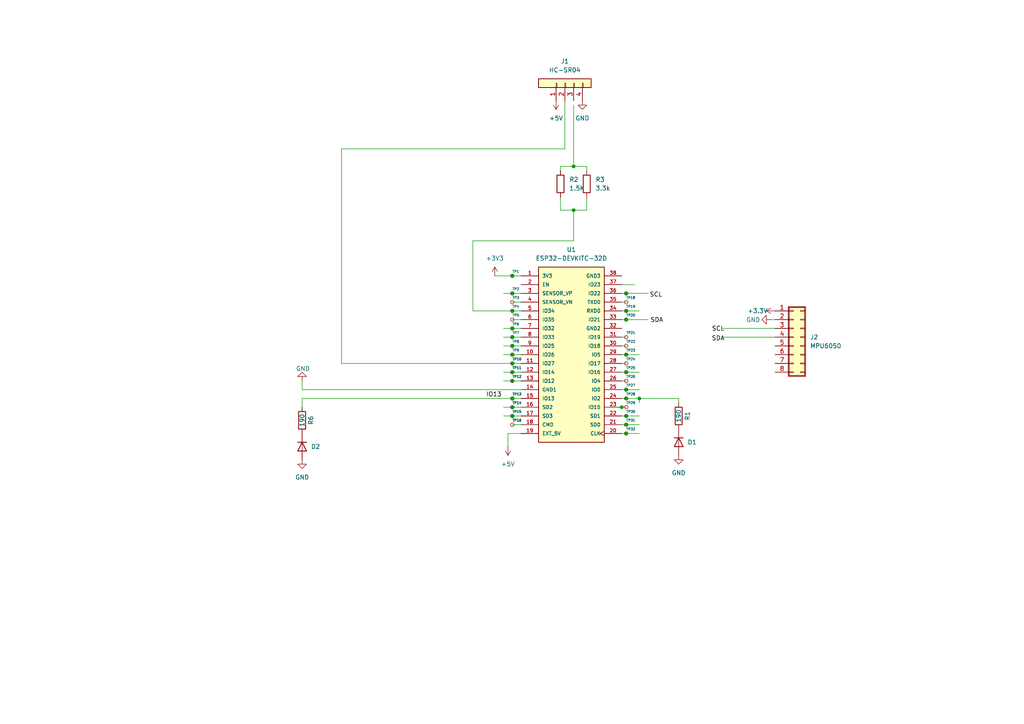
<source format=kicad_sch>
(kicad_sch
	(version 20231120)
	(generator "eeschema")
	(generator_version "8.0")
	(uuid "36fda371-d6b5-4518-95ba-4b8de72a4340")
	(paper "A4")
	(lib_symbols
		(symbol "Conn_01x06_1"
			(pin_names
				(offset 1.016) hide)
			(exclude_from_sim no)
			(in_bom yes)
			(on_board yes)
			(property "Reference" "J2"
				(at 6.35 -1.27 90)
				(effects
					(font
						(size 1.27 1.27)
					)
				)
			)
			(property "Value" "HC-SR04"
				(at 3.81 -1.27 90)
				(effects
					(font
						(size 1.27 1.27)
					)
				)
			)
			(property "Footprint" "Connector_Molex:Molex_KK-254_AE-6410-06A_1x06_P2.54mm_Vertical"
				(at 0 -3.937 0)
				(effects
					(font
						(size 1.27 1.27)
					)
					(hide yes)
				)
			)
			(property "Datasheet" "~"
				(at 0 -3.937 0)
				(effects
					(font
						(size 1.27 1.27)
					)
					(hide yes)
				)
			)
			(property "Description" ""
				(at 0 -3.937 0)
				(effects
					(font
						(size 1.27 1.27)
					)
					(hide yes)
				)
			)
			(property "ki_keywords" "connector"
				(at 0 0 0)
				(effects
					(font
						(size 1.27 1.27)
					)
					(hide yes)
				)
			)
			(property "ki_fp_filters" "Connector*:*_1x??_*"
				(at 0 0 0)
				(effects
					(font
						(size 1.27 1.27)
					)
					(hide yes)
				)
			)
			(symbol "Conn_01x06_1_1_1"
				(rectangle
					(start -1.27 -6.35)
					(end 0 -6.604)
					(stroke
						(width 0.1524)
						(type default)
					)
					(fill
						(type none)
					)
				)
				(rectangle
					(start -1.27 -3.81)
					(end 0 -4.064)
					(stroke
						(width 0.1524)
						(type default)
					)
					(fill
						(type none)
					)
				)
				(rectangle
					(start -1.27 -1.27)
					(end 0 -1.524)
					(stroke
						(width 0.1524)
						(type default)
					)
					(fill
						(type none)
					)
				)
				(rectangle
					(start -1.27 1.27)
					(end 0 1.016)
					(stroke
						(width 0.1524)
						(type default)
					)
					(fill
						(type none)
					)
				)
				(rectangle
					(start -1.27 6.35)
					(end 1.27 -8.89)
					(stroke
						(width 0.254)
						(type default)
					)
					(fill
						(type background)
					)
				)
				(pin passive line
					(at -5.08 1.27 0)
					(length 3.81)
					(name "Pin_1"
						(effects
							(font
								(size 1.27 1.27)
							)
						)
					)
					(number "1"
						(effects
							(font
								(size 1.27 1.27)
							)
						)
					)
				)
				(pin passive line
					(at -5.08 -1.27 0)
					(length 3.81)
					(name "Pin_2"
						(effects
							(font
								(size 1.27 1.27)
							)
						)
					)
					(number "2"
						(effects
							(font
								(size 1.27 1.27)
							)
						)
					)
				)
				(pin passive line
					(at -5.08 -3.81 0)
					(length 3.81)
					(name "Pin_3"
						(effects
							(font
								(size 1.27 1.27)
							)
						)
					)
					(number "3"
						(effects
							(font
								(size 1.27 1.27)
							)
						)
					)
				)
				(pin passive line
					(at -5.08 -6.35 0)
					(length 3.81)
					(name "Pin_4"
						(effects
							(font
								(size 1.27 1.27)
							)
						)
					)
					(number "4"
						(effects
							(font
								(size 1.27 1.27)
							)
						)
					)
				)
			)
		)
		(symbol "Connector:TestPoint_Small"
			(pin_numbers hide)
			(pin_names
				(offset 0.762) hide)
			(exclude_from_sim no)
			(in_bom yes)
			(on_board yes)
			(property "Reference" "TP"
				(at 0 3.81 0)
				(effects
					(font
						(size 1.27 1.27)
					)
				)
			)
			(property "Value" "TestPoint_Small"
				(at 0 2.032 0)
				(effects
					(font
						(size 1.27 1.27)
					)
				)
			)
			(property "Footprint" ""
				(at 5.08 0 0)
				(effects
					(font
						(size 1.27 1.27)
					)
					(hide yes)
				)
			)
			(property "Datasheet" "~"
				(at 5.08 0 0)
				(effects
					(font
						(size 1.27 1.27)
					)
					(hide yes)
				)
			)
			(property "Description" "test point"
				(at 0 0 0)
				(effects
					(font
						(size 1.27 1.27)
					)
					(hide yes)
				)
			)
			(property "ki_keywords" "test point tp"
				(at 0 0 0)
				(effects
					(font
						(size 1.27 1.27)
					)
					(hide yes)
				)
			)
			(property "ki_fp_filters" "Pin* Test*"
				(at 0 0 0)
				(effects
					(font
						(size 1.27 1.27)
					)
					(hide yes)
				)
			)
			(symbol "TestPoint_Small_0_1"
				(circle
					(center 0 0)
					(radius 0.508)
					(stroke
						(width 0)
						(type default)
					)
					(fill
						(type none)
					)
				)
			)
			(symbol "TestPoint_Small_1_1"
				(pin passive line
					(at 0 0 90)
					(length 0)
					(name "1"
						(effects
							(font
								(size 1.27 1.27)
							)
						)
					)
					(number "1"
						(effects
							(font
								(size 1.27 1.27)
							)
						)
					)
				)
			)
		)
		(symbol "Connector_Generic_Shielded:Conn_02x08_Top_Bottom_Shielded"
			(pin_names
				(offset 1.016) hide)
			(exclude_from_sim no)
			(in_bom yes)
			(on_board yes)
			(property "Reference" "J4"
				(at 1.27 13.97 0)
				(effects
					(font
						(size 1.27 1.27)
					)
				)
			)
			(property "Value" "MPU6050"
				(at 1.27 11.43 0)
				(effects
					(font
						(size 1.27 1.27)
					)
				)
			)
			(property "Footprint" ""
				(at 0 0 0)
				(effects
					(font
						(size 1.27 1.27)
					)
					(hide yes)
				)
			)
			(property "Datasheet" "~"
				(at 0 0 0)
				(effects
					(font
						(size 1.27 1.27)
					)
					(hide yes)
				)
			)
			(property "Description" "Generic shielded connector, double row, 02x08, top/bottom pin numbering scheme (row 1: 1...pins_per_row, row2: pins_per_row+1 ... num_pins), script generated (kicad-library-utils/schlib/autogen/connector/)"
				(at 0 0 0)
				(effects
					(font
						(size 1.27 1.27)
					)
					(hide yes)
				)
			)
			(property "ki_keywords" "connector"
				(at 0 0 0)
				(effects
					(font
						(size 1.27 1.27)
					)
					(hide yes)
				)
			)
			(property "ki_fp_filters" "Connector*:*_2x??-1SH*"
				(at 0 0 0)
				(effects
					(font
						(size 1.27 1.27)
					)
					(hide yes)
				)
			)
			(symbol "Conn_02x08_Top_Bottom_Shielded_1_1"
				(rectangle
					(start -1.27 8.89)
					(end 3.81 -11.43)
					(stroke
						(width 0.1524)
						(type default)
					)
					(fill
						(type none)
					)
				)
				(rectangle
					(start -1.016 -10.033)
					(end 0.254 -10.287)
					(stroke
						(width 0.1524)
						(type default)
					)
					(fill
						(type none)
					)
				)
				(rectangle
					(start -1.016 -7.493)
					(end 0.254 -7.747)
					(stroke
						(width 0.1524)
						(type default)
					)
					(fill
						(type none)
					)
				)
				(rectangle
					(start -1.016 -4.953)
					(end 0.254 -5.207)
					(stroke
						(width 0.1524)
						(type default)
					)
					(fill
						(type none)
					)
				)
				(rectangle
					(start -1.016 -2.413)
					(end 0.254 -2.667)
					(stroke
						(width 0.1524)
						(type default)
					)
					(fill
						(type none)
					)
				)
				(rectangle
					(start -1.016 0.127)
					(end 0.254 -0.127)
					(stroke
						(width 0.1524)
						(type default)
					)
					(fill
						(type none)
					)
				)
				(rectangle
					(start -1.016 2.667)
					(end 0.254 2.413)
					(stroke
						(width 0.1524)
						(type default)
					)
					(fill
						(type none)
					)
				)
				(rectangle
					(start -1.016 5.207)
					(end 0.254 4.953)
					(stroke
						(width 0.1524)
						(type default)
					)
					(fill
						(type none)
					)
				)
				(rectangle
					(start -1.016 7.747)
					(end 0.254 7.493)
					(stroke
						(width 0.1524)
						(type default)
					)
					(fill
						(type none)
					)
				)
				(rectangle
					(start -1.016 8.636)
					(end 3.556 -11.176)
					(stroke
						(width 0.254)
						(type default)
					)
					(fill
						(type background)
					)
				)
				(rectangle
					(start 3.556 -10.033)
					(end 2.286 -10.287)
					(stroke
						(width 0.1524)
						(type default)
					)
					(fill
						(type none)
					)
				)
				(rectangle
					(start 3.556 -7.493)
					(end 2.286 -7.747)
					(stroke
						(width 0.1524)
						(type default)
					)
					(fill
						(type none)
					)
				)
				(rectangle
					(start 3.556 -4.953)
					(end 2.286 -5.207)
					(stroke
						(width 0.1524)
						(type default)
					)
					(fill
						(type none)
					)
				)
				(rectangle
					(start 3.556 -2.413)
					(end 2.286 -2.667)
					(stroke
						(width 0.1524)
						(type default)
					)
					(fill
						(type none)
					)
				)
				(rectangle
					(start 3.556 0.127)
					(end 2.286 -0.127)
					(stroke
						(width 0.1524)
						(type default)
					)
					(fill
						(type none)
					)
				)
				(rectangle
					(start 3.556 2.667)
					(end 2.286 2.413)
					(stroke
						(width 0.1524)
						(type default)
					)
					(fill
						(type none)
					)
				)
				(rectangle
					(start 3.556 5.207)
					(end 2.286 4.953)
					(stroke
						(width 0.1524)
						(type default)
					)
					(fill
						(type none)
					)
				)
				(rectangle
					(start 3.556 7.747)
					(end 2.286 7.493)
					(stroke
						(width 0.1524)
						(type default)
					)
					(fill
						(type none)
					)
				)
				(pin passive line
					(at -5.08 7.62 0)
					(length 4.064)
					(name "Pin_1"
						(effects
							(font
								(size 1.27 1.27)
							)
						)
					)
					(number "1"
						(effects
							(font
								(size 1.27 1.27)
							)
						)
					)
				)
				(pin passive line
					(at -5.08 5.08 0)
					(length 4.064)
					(name "Pin_2"
						(effects
							(font
								(size 1.27 1.27)
							)
						)
					)
					(number "2"
						(effects
							(font
								(size 1.27 1.27)
							)
						)
					)
				)
				(pin passive line
					(at -5.08 2.54 0)
					(length 4.064)
					(name "Pin_3"
						(effects
							(font
								(size 1.27 1.27)
							)
						)
					)
					(number "3"
						(effects
							(font
								(size 1.27 1.27)
							)
						)
					)
				)
				(pin passive line
					(at -5.08 0 0)
					(length 4.064)
					(name "Pin_4"
						(effects
							(font
								(size 1.27 1.27)
							)
						)
					)
					(number "4"
						(effects
							(font
								(size 1.27 1.27)
							)
						)
					)
				)
				(pin passive line
					(at -5.08 -2.54 0)
					(length 4.064)
					(name "Pin_5"
						(effects
							(font
								(size 1.27 1.27)
							)
						)
					)
					(number "5"
						(effects
							(font
								(size 1.27 1.27)
							)
						)
					)
				)
				(pin passive line
					(at -5.08 -5.08 0)
					(length 4.064)
					(name "Pin_6"
						(effects
							(font
								(size 1.27 1.27)
							)
						)
					)
					(number "6"
						(effects
							(font
								(size 1.27 1.27)
							)
						)
					)
				)
				(pin passive line
					(at -5.08 -7.62 0)
					(length 4.064)
					(name "Pin_7"
						(effects
							(font
								(size 1.27 1.27)
							)
						)
					)
					(number "7"
						(effects
							(font
								(size 1.27 1.27)
							)
						)
					)
				)
				(pin passive line
					(at -5.08 -10.16 0)
					(length 4.064)
					(name "Pin_8"
						(effects
							(font
								(size 1.27 1.27)
							)
						)
					)
					(number "8"
						(effects
							(font
								(size 1.27 1.27)
							)
						)
					)
				)
			)
		)
		(symbol "Device:R"
			(pin_numbers hide)
			(pin_names
				(offset 0)
			)
			(exclude_from_sim no)
			(in_bom yes)
			(on_board yes)
			(property "Reference" "R"
				(at 2.032 0 90)
				(effects
					(font
						(size 1.27 1.27)
					)
				)
			)
			(property "Value" "R"
				(at 0 0 90)
				(effects
					(font
						(size 1.27 1.27)
					)
				)
			)
			(property "Footprint" ""
				(at -1.778 0 90)
				(effects
					(font
						(size 1.27 1.27)
					)
					(hide yes)
				)
			)
			(property "Datasheet" "~"
				(at 0 0 0)
				(effects
					(font
						(size 1.27 1.27)
					)
					(hide yes)
				)
			)
			(property "Description" "Resistor"
				(at 0 0 0)
				(effects
					(font
						(size 1.27 1.27)
					)
					(hide yes)
				)
			)
			(property "ki_keywords" "R res resistor"
				(at 0 0 0)
				(effects
					(font
						(size 1.27 1.27)
					)
					(hide yes)
				)
			)
			(property "ki_fp_filters" "R_*"
				(at 0 0 0)
				(effects
					(font
						(size 1.27 1.27)
					)
					(hide yes)
				)
			)
			(symbol "R_0_1"
				(rectangle
					(start -1.016 -2.54)
					(end 1.016 2.54)
					(stroke
						(width 0.254)
						(type default)
					)
					(fill
						(type none)
					)
				)
			)
			(symbol "R_1_1"
				(pin passive line
					(at 0 3.81 270)
					(length 1.27)
					(name "~"
						(effects
							(font
								(size 1.27 1.27)
							)
						)
					)
					(number "1"
						(effects
							(font
								(size 1.27 1.27)
							)
						)
					)
				)
				(pin passive line
					(at 0 -3.81 90)
					(length 1.27)
					(name "~"
						(effects
							(font
								(size 1.27 1.27)
							)
						)
					)
					(number "2"
						(effects
							(font
								(size 1.27 1.27)
							)
						)
					)
				)
			)
		)
		(symbol "Diode:1N4148WT"
			(pin_numbers hide)
			(pin_names hide)
			(exclude_from_sim no)
			(in_bom yes)
			(on_board yes)
			(property "Reference" "D"
				(at 0 2.54 0)
				(effects
					(font
						(size 1.27 1.27)
					)
				)
			)
			(property "Value" "1N4148WT"
				(at 0 -2.54 0)
				(effects
					(font
						(size 1.27 1.27)
					)
				)
			)
			(property "Footprint" "Diode_SMD:D_SOD-523"
				(at 0 -4.445 0)
				(effects
					(font
						(size 1.27 1.27)
					)
					(hide yes)
				)
			)
			(property "Datasheet" "https://www.diodes.com/assets/Datasheets/ds30396.pdf"
				(at 0 0 0)
				(effects
					(font
						(size 1.27 1.27)
					)
					(hide yes)
				)
			)
			(property "Description" "75V 0.15A Fast switching Diode, SOD-523"
				(at 0 0 0)
				(effects
					(font
						(size 1.27 1.27)
					)
					(hide yes)
				)
			)
			(property "Sim.Device" "D"
				(at 0 0 0)
				(effects
					(font
						(size 1.27 1.27)
					)
					(hide yes)
				)
			)
			(property "Sim.Pins" "1=K 2=A"
				(at 0 0 0)
				(effects
					(font
						(size 1.27 1.27)
					)
					(hide yes)
				)
			)
			(property "ki_keywords" "diode"
				(at 0 0 0)
				(effects
					(font
						(size 1.27 1.27)
					)
					(hide yes)
				)
			)
			(property "ki_fp_filters" "D*SOD?523*"
				(at 0 0 0)
				(effects
					(font
						(size 1.27 1.27)
					)
					(hide yes)
				)
			)
			(symbol "1N4148WT_0_1"
				(polyline
					(pts
						(xy -1.27 1.27) (xy -1.27 -1.27)
					)
					(stroke
						(width 0.254)
						(type default)
					)
					(fill
						(type none)
					)
				)
				(polyline
					(pts
						(xy 1.27 0) (xy -1.27 0)
					)
					(stroke
						(width 0)
						(type default)
					)
					(fill
						(type none)
					)
				)
				(polyline
					(pts
						(xy 1.27 1.27) (xy 1.27 -1.27) (xy -1.27 0) (xy 1.27 1.27)
					)
					(stroke
						(width 0.254)
						(type default)
					)
					(fill
						(type none)
					)
				)
			)
			(symbol "1N4148WT_1_1"
				(pin passive line
					(at -3.81 0 0)
					(length 2.54)
					(name "K"
						(effects
							(font
								(size 1.27 1.27)
							)
						)
					)
					(number "1"
						(effects
							(font
								(size 1.27 1.27)
							)
						)
					)
				)
				(pin passive line
					(at 3.81 0 180)
					(length 2.54)
					(name "A"
						(effects
							(font
								(size 1.27 1.27)
							)
						)
					)
					(number "2"
						(effects
							(font
								(size 1.27 1.27)
							)
						)
					)
				)
			)
		)
		(symbol "ESP32-DEVKITC-32D:ESP32-DEVKITC-32D"
			(pin_names
				(offset 1.016)
			)
			(exclude_from_sim no)
			(in_bom yes)
			(on_board yes)
			(property "Reference" "U3"
				(at 1.27 29.21 0)
				(effects
					(font
						(size 1.27 1.27)
					)
				)
			)
			(property "Value" "ESP32-DEVKITC-32D"
				(at 1.27 26.67 0)
				(effects
					(font
						(size 1.27 1.27)
					)
				)
			)
			(property "Footprint" "MODULE_ESP32-DEVKITC-32D"
				(at 3.81 -11.43 90)
				(effects
					(font
						(size 1.27 1.27)
					)
					(justify bottom)
					(hide yes)
				)
			)
			(property "Datasheet" ""
				(at 6.35 -1.27 0)
				(effects
					(font
						(size 1.27 1.27)
					)
					(hide yes)
				)
			)
			(property "Description" ""
				(at 0 0 0)
				(effects
					(font
						(size 1.27 1.27)
					)
					(hide yes)
				)
			)
			(property "PARTREV" "V4"
				(at 6.35 -1.27 0)
				(effects
					(font
						(size 1.27 1.27)
					)
					(justify bottom)
					(hide yes)
				)
			)
			(property "STANDARD" "Manufacturer Recommendations"
				(at 2.54 7.62 90)
				(effects
					(font
						(size 1.27 1.27)
					)
					(justify bottom)
					(hide yes)
				)
			)
			(property "SNAPEDA_PN" "ESP32-DEVKITC-32D"
				(at 0 11.43 90)
				(effects
					(font
						(size 1.27 1.27)
					)
					(justify bottom)
					(hide yes)
				)
			)
			(property "MAXIMUM_PACKAGE_HEIGHT" "N/A"
				(at 6.35 -1.27 0)
				(effects
					(font
						(size 1.27 1.27)
					)
					(justify bottom)
					(hide yes)
				)
			)
			(property "MANUFACTURER" "Espressif Systems"
				(at 0 -13.97 90)
				(effects
					(font
						(size 1.27 1.27)
					)
					(justify bottom)
					(hide yes)
				)
			)
			(symbol "ESP32-DEVKITC-32D_0_0"
				(rectangle
					(start -8.89 24.13)
					(end 10.16 -26.67)
					(stroke
						(width 0.254)
						(type default)
					)
					(fill
						(type background)
					)
				)
			)
			(symbol "ESP32-DEVKITC-32D_1_0"
				(pin power_in line
					(at -13.97 21.59 0)
					(length 5.08)
					(name "3V3"
						(effects
							(font
								(size 1.016 1.016)
							)
						)
					)
					(number "1"
						(effects
							(font
								(size 1.016 1.016)
							)
						)
					)
				)
				(pin bidirectional line
					(at -13.97 -1.27 0)
					(length 5.08)
					(name "IO26"
						(effects
							(font
								(size 1.016 1.016)
							)
						)
					)
					(number "10"
						(effects
							(font
								(size 1.016 1.016)
							)
						)
					)
				)
				(pin bidirectional line
					(at -13.97 -3.81 0)
					(length 5.08)
					(name "IO27"
						(effects
							(font
								(size 1.016 1.016)
							)
						)
					)
					(number "11"
						(effects
							(font
								(size 1.016 1.016)
							)
						)
					)
				)
				(pin bidirectional line
					(at -13.97 -6.35 0)
					(length 5.08)
					(name "IO14"
						(effects
							(font
								(size 1.016 1.016)
							)
						)
					)
					(number "12"
						(effects
							(font
								(size 1.016 1.016)
							)
						)
					)
				)
				(pin bidirectional line
					(at -13.97 -8.89 0)
					(length 5.08)
					(name "IO12"
						(effects
							(font
								(size 1.016 1.016)
							)
						)
					)
					(number "13"
						(effects
							(font
								(size 1.016 1.016)
							)
						)
					)
				)
				(pin power_in line
					(at -13.97 -11.43 0)
					(length 5.08)
					(name "GND1"
						(effects
							(font
								(size 1.016 1.016)
							)
						)
					)
					(number "14"
						(effects
							(font
								(size 1.016 1.016)
							)
						)
					)
				)
				(pin bidirectional line
					(at -13.97 -13.97 0)
					(length 5.08)
					(name "IO13"
						(effects
							(font
								(size 1.016 1.016)
							)
						)
					)
					(number "15"
						(effects
							(font
								(size 1.016 1.016)
							)
						)
					)
				)
				(pin bidirectional line
					(at -13.97 -16.51 0)
					(length 5.08)
					(name "SD2"
						(effects
							(font
								(size 1.016 1.016)
							)
						)
					)
					(number "16"
						(effects
							(font
								(size 1.016 1.016)
							)
						)
					)
				)
				(pin bidirectional line
					(at -13.97 -19.05 0)
					(length 5.08)
					(name "SD3"
						(effects
							(font
								(size 1.016 1.016)
							)
						)
					)
					(number "17"
						(effects
							(font
								(size 1.016 1.016)
							)
						)
					)
				)
				(pin bidirectional line
					(at -13.97 -21.59 0)
					(length 5.08)
					(name "CMD"
						(effects
							(font
								(size 1.016 1.016)
							)
						)
					)
					(number "18"
						(effects
							(font
								(size 1.016 1.016)
							)
						)
					)
				)
				(pin power_in line
					(at -13.97 -24.13 0)
					(length 5.08)
					(name "EXT_5V"
						(effects
							(font
								(size 1.016 1.016)
							)
						)
					)
					(number "19"
						(effects
							(font
								(size 1.016 1.016)
							)
						)
					)
				)
				(pin input line
					(at -13.97 19.05 0)
					(length 5.08)
					(name "EN"
						(effects
							(font
								(size 1.016 1.016)
							)
						)
					)
					(number "2"
						(effects
							(font
								(size 1.016 1.016)
							)
						)
					)
				)
				(pin input clock
					(at 15.24 -24.13 180)
					(length 5.08)
					(name "CLK"
						(effects
							(font
								(size 1.016 1.016)
							)
						)
					)
					(number "20"
						(effects
							(font
								(size 1.016 1.016)
							)
						)
					)
				)
				(pin bidirectional line
					(at 15.24 -21.59 180)
					(length 5.08)
					(name "SD0"
						(effects
							(font
								(size 1.016 1.016)
							)
						)
					)
					(number "21"
						(effects
							(font
								(size 1.016 1.016)
							)
						)
					)
				)
				(pin bidirectional line
					(at 15.24 -19.05 180)
					(length 5.08)
					(name "SD1"
						(effects
							(font
								(size 1.016 1.016)
							)
						)
					)
					(number "22"
						(effects
							(font
								(size 1.016 1.016)
							)
						)
					)
				)
				(pin bidirectional line
					(at 15.24 -16.51 180)
					(length 5.08)
					(name "IO15"
						(effects
							(font
								(size 1.016 1.016)
							)
						)
					)
					(number "23"
						(effects
							(font
								(size 1.016 1.016)
							)
						)
					)
				)
				(pin bidirectional line
					(at 15.24 -13.97 180)
					(length 5.08)
					(name "IO2"
						(effects
							(font
								(size 1.016 1.016)
							)
						)
					)
					(number "24"
						(effects
							(font
								(size 1.016 1.016)
							)
						)
					)
				)
				(pin bidirectional line
					(at 15.24 -11.43 180)
					(length 5.08)
					(name "IO0"
						(effects
							(font
								(size 1.016 1.016)
							)
						)
					)
					(number "25"
						(effects
							(font
								(size 1.016 1.016)
							)
						)
					)
				)
				(pin bidirectional line
					(at 15.24 -8.89 180)
					(length 5.08)
					(name "IO4"
						(effects
							(font
								(size 1.016 1.016)
							)
						)
					)
					(number "26"
						(effects
							(font
								(size 1.016 1.016)
							)
						)
					)
				)
				(pin bidirectional line
					(at 15.24 -6.35 180)
					(length 5.08)
					(name "IO16"
						(effects
							(font
								(size 1.016 1.016)
							)
						)
					)
					(number "27"
						(effects
							(font
								(size 1.016 1.016)
							)
						)
					)
				)
				(pin bidirectional line
					(at 15.24 -3.81 180)
					(length 5.08)
					(name "IO17"
						(effects
							(font
								(size 1.016 1.016)
							)
						)
					)
					(number "28"
						(effects
							(font
								(size 1.016 1.016)
							)
						)
					)
				)
				(pin bidirectional line
					(at 15.24 -1.27 180)
					(length 5.08)
					(name "IO5"
						(effects
							(font
								(size 1.016 1.016)
							)
						)
					)
					(number "29"
						(effects
							(font
								(size 1.016 1.016)
							)
						)
					)
				)
				(pin input line
					(at -13.97 16.51 0)
					(length 5.08)
					(name "SENSOR_VP"
						(effects
							(font
								(size 1.016 1.016)
							)
						)
					)
					(number "3"
						(effects
							(font
								(size 1.016 1.016)
							)
						)
					)
				)
				(pin bidirectional line
					(at 15.24 1.27 180)
					(length 5.08)
					(name "IO18"
						(effects
							(font
								(size 1.016 1.016)
							)
						)
					)
					(number "30"
						(effects
							(font
								(size 1.016 1.016)
							)
						)
					)
				)
				(pin bidirectional line
					(at 15.24 3.81 180)
					(length 5.08)
					(name "IO19"
						(effects
							(font
								(size 1.016 1.016)
							)
						)
					)
					(number "31"
						(effects
							(font
								(size 1.016 1.016)
							)
						)
					)
				)
				(pin power_in line
					(at 15.24 6.35 180)
					(length 5.08)
					(name "GND2"
						(effects
							(font
								(size 1.016 1.016)
							)
						)
					)
					(number "32"
						(effects
							(font
								(size 1.016 1.016)
							)
						)
					)
				)
				(pin bidirectional line
					(at 15.24 8.89 180)
					(length 5.08)
					(name "IO21"
						(effects
							(font
								(size 1.016 1.016)
							)
						)
					)
					(number "33"
						(effects
							(font
								(size 1.016 1.016)
							)
						)
					)
				)
				(pin input line
					(at 15.24 11.43 180)
					(length 5.08)
					(name "RXD0"
						(effects
							(font
								(size 1.016 1.016)
							)
						)
					)
					(number "34"
						(effects
							(font
								(size 1.016 1.016)
							)
						)
					)
				)
				(pin output line
					(at 15.24 13.97 180)
					(length 5.08)
					(name "TXD0"
						(effects
							(font
								(size 1.016 1.016)
							)
						)
					)
					(number "35"
						(effects
							(font
								(size 1.016 1.016)
							)
						)
					)
				)
				(pin bidirectional line
					(at 15.24 16.51 180)
					(length 5.08)
					(name "IO22"
						(effects
							(font
								(size 1.016 1.016)
							)
						)
					)
					(number "36"
						(effects
							(font
								(size 1.016 1.016)
							)
						)
					)
				)
				(pin bidirectional line
					(at 15.24 19.05 180)
					(length 5.08)
					(name "IO23"
						(effects
							(font
								(size 1.016 1.016)
							)
						)
					)
					(number "37"
						(effects
							(font
								(size 1.016 1.016)
							)
						)
					)
				)
				(pin power_in line
					(at 15.24 21.59 180)
					(length 5.08)
					(name "GND3"
						(effects
							(font
								(size 1.016 1.016)
							)
						)
					)
					(number "38"
						(effects
							(font
								(size 1.016 1.016)
							)
						)
					)
				)
				(pin input line
					(at -13.97 13.97 0)
					(length 5.08)
					(name "SENSOR_VN"
						(effects
							(font
								(size 1.016 1.016)
							)
						)
					)
					(number "4"
						(effects
							(font
								(size 1.016 1.016)
							)
						)
					)
				)
				(pin bidirectional line
					(at -13.97 11.43 0)
					(length 5.08)
					(name "IO34"
						(effects
							(font
								(size 1.016 1.016)
							)
						)
					)
					(number "5"
						(effects
							(font
								(size 1.016 1.016)
							)
						)
					)
				)
				(pin bidirectional line
					(at -13.97 8.89 0)
					(length 5.08)
					(name "IO35"
						(effects
							(font
								(size 1.016 1.016)
							)
						)
					)
					(number "6"
						(effects
							(font
								(size 1.016 1.016)
							)
						)
					)
				)
				(pin bidirectional line
					(at -13.97 6.35 0)
					(length 5.08)
					(name "IO32"
						(effects
							(font
								(size 1.016 1.016)
							)
						)
					)
					(number "7"
						(effects
							(font
								(size 1.016 1.016)
							)
						)
					)
				)
				(pin bidirectional line
					(at -13.97 3.81 0)
					(length 5.08)
					(name "IO33"
						(effects
							(font
								(size 1.016 1.016)
							)
						)
					)
					(number "8"
						(effects
							(font
								(size 1.016 1.016)
							)
						)
					)
				)
				(pin bidirectional line
					(at -13.97 1.27 0)
					(length 5.08)
					(name "IO25"
						(effects
							(font
								(size 1.016 1.016)
							)
						)
					)
					(number "9"
						(effects
							(font
								(size 1.016 1.016)
							)
						)
					)
				)
			)
		)
		(symbol "GND_1"
			(power)
			(pin_numbers hide)
			(pin_names
				(offset 0) hide)
			(exclude_from_sim no)
			(in_bom yes)
			(on_board yes)
			(property "Reference" "#PWR"
				(at 0 -6.35 0)
				(effects
					(font
						(size 1.27 1.27)
					)
					(hide yes)
				)
			)
			(property "Value" "GND"
				(at 0 -3.81 0)
				(effects
					(font
						(size 1.27 1.27)
					)
				)
			)
			(property "Footprint" ""
				(at 0 0 0)
				(effects
					(font
						(size 1.27 1.27)
					)
					(hide yes)
				)
			)
			(property "Datasheet" ""
				(at 0 0 0)
				(effects
					(font
						(size 1.27 1.27)
					)
					(hide yes)
				)
			)
			(property "Description" "Power symbol creates a global label with name \"GND\" , ground"
				(at 0 0 0)
				(effects
					(font
						(size 1.27 1.27)
					)
					(hide yes)
				)
			)
			(property "ki_keywords" "global power"
				(at 0 0 0)
				(effects
					(font
						(size 1.27 1.27)
					)
					(hide yes)
				)
			)
			(symbol "GND_1_0_1"
				(polyline
					(pts
						(xy 0 0) (xy 0 -1.27) (xy 1.27 -1.27) (xy 0 -2.54) (xy -1.27 -1.27) (xy 0 -1.27)
					)
					(stroke
						(width 0)
						(type default)
					)
					(fill
						(type none)
					)
				)
			)
			(symbol "GND_1_1_1"
				(pin power_in line
					(at 0 0 270)
					(length 0)
					(name "~"
						(effects
							(font
								(size 1.27 1.27)
							)
						)
					)
					(number "1"
						(effects
							(font
								(size 1.27 1.27)
							)
						)
					)
				)
			)
		)
		(symbol "GND_2"
			(power)
			(pin_numbers hide)
			(pin_names
				(offset 0) hide)
			(exclude_from_sim no)
			(in_bom yes)
			(on_board yes)
			(property "Reference" "#PWR"
				(at 0 -6.35 0)
				(effects
					(font
						(size 1.27 1.27)
					)
					(hide yes)
				)
			)
			(property "Value" "GND"
				(at 0 -3.81 0)
				(effects
					(font
						(size 1.27 1.27)
					)
				)
			)
			(property "Footprint" ""
				(at 0 0 0)
				(effects
					(font
						(size 1.27 1.27)
					)
					(hide yes)
				)
			)
			(property "Datasheet" ""
				(at 0 0 0)
				(effects
					(font
						(size 1.27 1.27)
					)
					(hide yes)
				)
			)
			(property "Description" "Power symbol creates a global label with name \"GND\" , ground"
				(at 0 0 0)
				(effects
					(font
						(size 1.27 1.27)
					)
					(hide yes)
				)
			)
			(property "ki_keywords" "global power"
				(at 0 0 0)
				(effects
					(font
						(size 1.27 1.27)
					)
					(hide yes)
				)
			)
			(symbol "GND_2_0_1"
				(polyline
					(pts
						(xy 0 0) (xy 0 -1.27) (xy 1.27 -1.27) (xy 0 -2.54) (xy -1.27 -1.27) (xy 0 -1.27)
					)
					(stroke
						(width 0)
						(type default)
					)
					(fill
						(type none)
					)
				)
			)
			(symbol "GND_2_1_1"
				(pin power_in line
					(at 0 0 270)
					(length 0)
					(name "~"
						(effects
							(font
								(size 1.27 1.27)
							)
						)
					)
					(number "1"
						(effects
							(font
								(size 1.27 1.27)
							)
						)
					)
				)
			)
		)
		(symbol "power:+3V3"
			(power)
			(pin_names
				(offset 0)
			)
			(exclude_from_sim no)
			(in_bom yes)
			(on_board yes)
			(property "Reference" "#PWR"
				(at 0 -3.81 0)
				(effects
					(font
						(size 1.27 1.27)
					)
					(hide yes)
				)
			)
			(property "Value" "+3V3"
				(at 0 3.556 0)
				(effects
					(font
						(size 1.27 1.27)
					)
				)
			)
			(property "Footprint" ""
				(at 0 0 0)
				(effects
					(font
						(size 1.27 1.27)
					)
					(hide yes)
				)
			)
			(property "Datasheet" ""
				(at 0 0 0)
				(effects
					(font
						(size 1.27 1.27)
					)
					(hide yes)
				)
			)
			(property "Description" "Power symbol creates a global label with name \"+3V3\""
				(at 0 0 0)
				(effects
					(font
						(size 1.27 1.27)
					)
					(hide yes)
				)
			)
			(property "ki_keywords" "global power"
				(at 0 0 0)
				(effects
					(font
						(size 1.27 1.27)
					)
					(hide yes)
				)
			)
			(symbol "+3V3_0_1"
				(polyline
					(pts
						(xy -0.762 1.27) (xy 0 2.54)
					)
					(stroke
						(width 0)
						(type default)
					)
					(fill
						(type none)
					)
				)
				(polyline
					(pts
						(xy 0 0) (xy 0 2.54)
					)
					(stroke
						(width 0)
						(type default)
					)
					(fill
						(type none)
					)
				)
				(polyline
					(pts
						(xy 0 2.54) (xy 0.762 1.27)
					)
					(stroke
						(width 0)
						(type default)
					)
					(fill
						(type none)
					)
				)
			)
			(symbol "+3V3_1_1"
				(pin power_in line
					(at 0 0 90)
					(length 0) hide
					(name "+3V3"
						(effects
							(font
								(size 1.27 1.27)
							)
						)
					)
					(number "1"
						(effects
							(font
								(size 1.27 1.27)
							)
						)
					)
				)
			)
		)
		(symbol "power:+5V"
			(power)
			(pin_names
				(offset 0)
			)
			(exclude_from_sim no)
			(in_bom yes)
			(on_board yes)
			(property "Reference" "#PWR"
				(at 0 -3.81 0)
				(effects
					(font
						(size 1.27 1.27)
					)
					(hide yes)
				)
			)
			(property "Value" "+5V"
				(at 0 3.556 0)
				(effects
					(font
						(size 1.27 1.27)
					)
				)
			)
			(property "Footprint" ""
				(at 0 0 0)
				(effects
					(font
						(size 1.27 1.27)
					)
					(hide yes)
				)
			)
			(property "Datasheet" ""
				(at 0 0 0)
				(effects
					(font
						(size 1.27 1.27)
					)
					(hide yes)
				)
			)
			(property "Description" "Power symbol creates a global label with name \"+5V\""
				(at 0 0 0)
				(effects
					(font
						(size 1.27 1.27)
					)
					(hide yes)
				)
			)
			(property "ki_keywords" "global power"
				(at 0 0 0)
				(effects
					(font
						(size 1.27 1.27)
					)
					(hide yes)
				)
			)
			(symbol "+5V_0_1"
				(polyline
					(pts
						(xy -0.762 1.27) (xy 0 2.54)
					)
					(stroke
						(width 0)
						(type default)
					)
					(fill
						(type none)
					)
				)
				(polyline
					(pts
						(xy 0 0) (xy 0 2.54)
					)
					(stroke
						(width 0)
						(type default)
					)
					(fill
						(type none)
					)
				)
				(polyline
					(pts
						(xy 0 2.54) (xy 0.762 1.27)
					)
					(stroke
						(width 0)
						(type default)
					)
					(fill
						(type none)
					)
				)
			)
			(symbol "+5V_1_1"
				(pin power_in line
					(at 0 0 90)
					(length 0) hide
					(name "+5V"
						(effects
							(font
								(size 1.27 1.27)
							)
						)
					)
					(number "1"
						(effects
							(font
								(size 1.27 1.27)
							)
						)
					)
				)
			)
		)
		(symbol "power:GND"
			(power)
			(pin_names
				(offset 0)
			)
			(exclude_from_sim no)
			(in_bom yes)
			(on_board yes)
			(property "Reference" "#PWR"
				(at 0 -6.35 0)
				(effects
					(font
						(size 1.27 1.27)
					)
					(hide yes)
				)
			)
			(property "Value" "GND"
				(at 0 -3.81 0)
				(effects
					(font
						(size 1.27 1.27)
					)
				)
			)
			(property "Footprint" ""
				(at 0 0 0)
				(effects
					(font
						(size 1.27 1.27)
					)
					(hide yes)
				)
			)
			(property "Datasheet" ""
				(at 0 0 0)
				(effects
					(font
						(size 1.27 1.27)
					)
					(hide yes)
				)
			)
			(property "Description" "Power symbol creates a global label with name \"GND\" , ground"
				(at 0 0 0)
				(effects
					(font
						(size 1.27 1.27)
					)
					(hide yes)
				)
			)
			(property "ki_keywords" "global power"
				(at 0 0 0)
				(effects
					(font
						(size 1.27 1.27)
					)
					(hide yes)
				)
			)
			(symbol "GND_0_1"
				(polyline
					(pts
						(xy 0 0) (xy 0 -1.27) (xy 1.27 -1.27) (xy 0 -2.54) (xy -1.27 -1.27) (xy 0 -1.27)
					)
					(stroke
						(width 0)
						(type default)
					)
					(fill
						(type none)
					)
				)
			)
			(symbol "GND_1_1"
				(pin power_in line
					(at 0 0 270)
					(length 0) hide
					(name "GND"
						(effects
							(font
								(size 1.27 1.27)
							)
						)
					)
					(number "1"
						(effects
							(font
								(size 1.27 1.27)
							)
						)
					)
				)
			)
		)
	)
	(junction
		(at 148.59 115.57)
		(diameter 0)
		(color 0 0 0 0)
		(uuid "045010a6-6406-44ed-875f-d49cec7b1e68")
	)
	(junction
		(at 181.61 102.87)
		(diameter 0)
		(color 0 0 0 0)
		(uuid "075f8bef-1f1d-41d5-8b93-325680b57605")
	)
	(junction
		(at 148.59 85.09)
		(diameter 0)
		(color 0 0 0 0)
		(uuid "09dcb4eb-1c9a-4236-a8dc-b66ee5950127")
	)
	(junction
		(at 181.61 85.09)
		(diameter 0)
		(color 0 0 0 0)
		(uuid "0dd9a6fb-3f4d-404e-818d-95bc4e653598")
	)
	(junction
		(at 180.34 118.11)
		(diameter 0)
		(color 0 0 0 0)
		(uuid "143ce197-2d23-443a-8e3b-bcf97a605492")
	)
	(junction
		(at 166.37 48.26)
		(diameter 0)
		(color 0 0 0 0)
		(uuid "1661dd23-b7df-4e0c-8ea3-2d07b1769b37")
	)
	(junction
		(at 148.59 102.87)
		(diameter 0)
		(color 0 0 0 0)
		(uuid "248f493b-f887-4922-86d9-2eb15b8f14fb")
	)
	(junction
		(at 148.59 100.33)
		(diameter 0)
		(color 0 0 0 0)
		(uuid "2520f352-4a33-4d2f-8502-e01334994261")
	)
	(junction
		(at 181.61 90.17)
		(diameter 0)
		(color 0 0 0 0)
		(uuid "350e3552-da2a-48a4-a040-1309647228cf")
	)
	(junction
		(at 181.61 115.57)
		(diameter 0)
		(color 0 0 0 0)
		(uuid "4c7bf441-a881-470c-87de-2662c33c8311")
	)
	(junction
		(at 185.42 115.57)
		(diameter 0)
		(color 0 0 0 0)
		(uuid "54c3878d-903f-46da-904e-e42ea9f3fa56")
	)
	(junction
		(at 181.61 107.95)
		(diameter 0)
		(color 0 0 0 0)
		(uuid "56ada966-7927-4d85-827a-9fd41ec929ab")
	)
	(junction
		(at 148.59 105.41)
		(diameter 0)
		(color 0 0 0 0)
		(uuid "60d7642c-33bb-430e-8713-f71bcb600a04")
	)
	(junction
		(at 148.59 95.25)
		(diameter 0)
		(color 0 0 0 0)
		(uuid "70f44512-0638-48a4-8de8-701ab997b646")
	)
	(junction
		(at 181.61 113.03)
		(diameter 0)
		(color 0 0 0 0)
		(uuid "8aef1d9f-290a-4c13-8efe-c98a240b0d0e")
	)
	(junction
		(at 148.59 118.11)
		(diameter 0)
		(color 0 0 0 0)
		(uuid "8e351429-3c98-4b43-b9fa-c310116db216")
	)
	(junction
		(at 181.61 123.19)
		(diameter 0)
		(color 0 0 0 0)
		(uuid "9058bac6-89cb-4949-8576-9d0d6465e334")
	)
	(junction
		(at 148.59 120.65)
		(diameter 0)
		(color 0 0 0 0)
		(uuid "97a5683c-5957-49bf-b397-3d23b23ada53")
	)
	(junction
		(at 181.61 92.71)
		(diameter 0)
		(color 0 0 0 0)
		(uuid "a0b69e65-b60a-44f5-8e3d-7832ad5c0c80")
	)
	(junction
		(at 148.59 110.49)
		(diameter 0)
		(color 0 0 0 0)
		(uuid "d1dc95d4-a934-42dc-bc72-1012be5084d1")
	)
	(junction
		(at 148.59 107.95)
		(diameter 0)
		(color 0 0 0 0)
		(uuid "d34b3f5b-eb7e-4734-ad5d-acb67b64c97d")
	)
	(junction
		(at 148.59 97.79)
		(diameter 0)
		(color 0 0 0 0)
		(uuid "d8cf4d7a-32df-40d9-ab78-206e51e19cfe")
	)
	(junction
		(at 166.37 60.96)
		(diameter 0)
		(color 0 0 0 0)
		(uuid "de09eac1-f422-4a1c-a2c5-55fe8f8b41ff")
	)
	(junction
		(at 181.61 125.73)
		(diameter 0)
		(color 0 0 0 0)
		(uuid "e2b4c062-66b1-4478-97db-e75427dda9b7")
	)
	(junction
		(at 181.61 120.65)
		(diameter 0)
		(color 0 0 0 0)
		(uuid "ee4845e6-5387-4b73-a7ae-979538ef6ab4")
	)
	(junction
		(at 148.59 90.17)
		(diameter 0)
		(color 0 0 0 0)
		(uuid "fad76715-5118-4179-97b2-7d9779f220f9")
	)
	(junction
		(at 148.59 80.01)
		(diameter 0)
		(color 0 0 0 0)
		(uuid "fda96217-109f-4342-aee9-3f374cd6b12f")
	)
	(wire
		(pts
			(xy 146.05 102.87) (xy 148.59 102.87)
		)
		(stroke
			(width 0)
			(type default)
		)
		(uuid "02640e8a-65c0-46bc-ae0e-7d4fbb18395a")
	)
	(wire
		(pts
			(xy 148.59 92.71) (xy 151.13 92.71)
		)
		(stroke
			(width 0)
			(type default)
		)
		(uuid "0cd3afac-1efc-41e3-94d2-e6f877ae218e")
	)
	(wire
		(pts
			(xy 181.61 123.19) (xy 185.42 123.19)
		)
		(stroke
			(width 0)
			(type default)
		)
		(uuid "153cedcd-f0a2-472f-aef0-e529de40920a")
	)
	(wire
		(pts
			(xy 146.05 120.65) (xy 148.59 120.65)
		)
		(stroke
			(width 0)
			(type default)
		)
		(uuid "156d520c-3d8a-474b-833c-af1831537383")
	)
	(wire
		(pts
			(xy 181.61 113.03) (xy 180.34 113.03)
		)
		(stroke
			(width 0)
			(type default)
		)
		(uuid "15811016-8bee-48fd-977a-e3881500d9c3")
	)
	(wire
		(pts
			(xy 181.61 107.95) (xy 180.34 107.95)
		)
		(stroke
			(width 0)
			(type default)
		)
		(uuid "176bcf02-c55e-4bd0-bb10-b404072b20f7")
	)
	(wire
		(pts
			(xy 181.61 97.79) (xy 180.34 97.79)
		)
		(stroke
			(width 0)
			(type default)
		)
		(uuid "190f435a-5cad-4e56-a73d-df727f8009d5")
	)
	(wire
		(pts
			(xy 87.63 115.57) (xy 148.59 115.57)
		)
		(stroke
			(width 0)
			(type default)
		)
		(uuid "1b636e71-5204-4b30-b1d6-4813e32d930c")
	)
	(wire
		(pts
			(xy 166.37 69.85) (xy 137.16 69.85)
		)
		(stroke
			(width 0)
			(type default)
		)
		(uuid "1c441f5e-5b09-47bf-b37f-fc696b79baf2")
	)
	(wire
		(pts
			(xy 148.59 102.87) (xy 151.13 102.87)
		)
		(stroke
			(width 0)
			(type default)
		)
		(uuid "221d8c6e-61fb-4286-a733-6bf9c5b82bd6")
	)
	(wire
		(pts
			(xy 148.59 100.33) (xy 151.13 100.33)
		)
		(stroke
			(width 0)
			(type default)
		)
		(uuid "231ec5ce-1164-440b-b3fb-0d8da678acaf")
	)
	(wire
		(pts
			(xy 148.59 107.95) (xy 151.13 107.95)
		)
		(stroke
			(width 0)
			(type default)
		)
		(uuid "239432ab-5017-4401-b09d-b2739c6d0462")
	)
	(wire
		(pts
			(xy 99.06 43.18) (xy 163.83 43.18)
		)
		(stroke
			(width 0)
			(type default)
		)
		(uuid "25970f85-4d72-484b-8b9c-e3e0b249ec56")
	)
	(wire
		(pts
			(xy 162.56 49.53) (xy 162.56 48.26)
		)
		(stroke
			(width 0)
			(type default)
		)
		(uuid "2edb5e3a-2c9a-4e30-8e00-440559cd4fb5")
	)
	(wire
		(pts
			(xy 181.61 105.41) (xy 180.34 105.41)
		)
		(stroke
			(width 0)
			(type default)
		)
		(uuid "33966662-f031-471d-b366-5831192e1afa")
	)
	(wire
		(pts
			(xy 148.59 90.17) (xy 151.13 90.17)
		)
		(stroke
			(width 0)
			(type default)
		)
		(uuid "33eef7ad-9bd1-4502-b12d-d3a79850be58")
	)
	(wire
		(pts
			(xy 162.56 60.96) (xy 166.37 60.96)
		)
		(stroke
			(width 0)
			(type default)
		)
		(uuid "3473d75b-03a1-4c3a-81c1-0c6354212b89")
	)
	(wire
		(pts
			(xy 166.37 60.96) (xy 166.37 69.85)
		)
		(stroke
			(width 0)
			(type default)
		)
		(uuid "36a27b05-edc3-46a4-a8be-2aa1e21be4b3")
	)
	(wire
		(pts
			(xy 166.37 30.48) (xy 166.37 48.26)
		)
		(stroke
			(width 0)
			(type default)
		)
		(uuid "41263d7c-4602-42cb-819b-49c139780b57")
	)
	(wire
		(pts
			(xy 146.05 97.79) (xy 148.59 97.79)
		)
		(stroke
			(width 0)
			(type default)
		)
		(uuid "43cd4285-29cc-4439-b24a-175c401a57cb")
	)
	(wire
		(pts
			(xy 185.42 115.57) (xy 185.42 116.84)
		)
		(stroke
			(width 0)
			(type default)
		)
		(uuid "442c750f-a7a1-40fb-9ef6-47f074fb0c37")
	)
	(wire
		(pts
			(xy 181.61 85.09) (xy 180.34 85.09)
		)
		(stroke
			(width 0)
			(type default)
		)
		(uuid "484d3ba5-9b86-4969-ba9d-22c15b28e71e")
	)
	(wire
		(pts
			(xy 148.59 110.49) (xy 151.13 110.49)
		)
		(stroke
			(width 0)
			(type default)
		)
		(uuid "5558f489-0bbb-41cf-a483-30b4182855ad")
	)
	(wire
		(pts
			(xy 185.42 115.57) (xy 196.85 115.57)
		)
		(stroke
			(width 0)
			(type default)
		)
		(uuid "57f0b329-1f43-4be7-968b-ac80b98419a2")
	)
	(wire
		(pts
			(xy 147.32 125.73) (xy 151.13 125.73)
		)
		(stroke
			(width 0)
			(type default)
		)
		(uuid "59776333-a8ac-4409-a033-69acab3e3f42")
	)
	(wire
		(pts
			(xy 181.61 115.57) (xy 180.34 115.57)
		)
		(stroke
			(width 0)
			(type default)
		)
		(uuid "5b30a7c7-d9f2-4d7a-bf03-132b80fa377f")
	)
	(wire
		(pts
			(xy 148.59 80.01) (xy 151.13 80.01)
		)
		(stroke
			(width 0)
			(type default)
		)
		(uuid "5c160b82-f222-4cc3-ab10-4e35bb94df35")
	)
	(wire
		(pts
			(xy 185.42 90.17) (xy 181.61 90.17)
		)
		(stroke
			(width 0)
			(type default)
		)
		(uuid "61840a1a-2c17-424b-a2d9-9d7be414be21")
	)
	(wire
		(pts
			(xy 137.16 69.85) (xy 137.16 90.17)
		)
		(stroke
			(width 0)
			(type default)
		)
		(uuid "66c4df1b-d33b-4c8c-a2aa-bc42971fd3ec")
	)
	(wire
		(pts
			(xy 162.56 57.15) (xy 162.56 60.96)
		)
		(stroke
			(width 0)
			(type default)
		)
		(uuid "6e9f9d39-b9ca-46b6-b1b5-9df58437d699")
	)
	(wire
		(pts
			(xy 181.61 100.33) (xy 180.34 100.33)
		)
		(stroke
			(width 0)
			(type default)
		)
		(uuid "6ea8c933-0340-4818-a463-bf451cdb9e7e")
	)
	(wire
		(pts
			(xy 181.61 90.17) (xy 180.34 90.17)
		)
		(stroke
			(width 0)
			(type default)
		)
		(uuid "6fe41d71-b8ee-42ec-9590-4d512cf6e378")
	)
	(wire
		(pts
			(xy 223.52 92.71) (xy 224.79 92.71)
		)
		(stroke
			(width 0)
			(type default)
		)
		(uuid "72c6801d-e1f8-4fa8-9961-770419b675dd")
	)
	(wire
		(pts
			(xy 146.05 118.11) (xy 148.59 118.11)
		)
		(stroke
			(width 0)
			(type default)
		)
		(uuid "7388f365-3e8c-44d1-a4e1-99506abde0e4")
	)
	(wire
		(pts
			(xy 181.61 85.09) (xy 187.96 85.09)
		)
		(stroke
			(width 0)
			(type default)
		)
		(uuid "74514b46-3c53-45e6-a791-f4cdd0a851b5")
	)
	(wire
		(pts
			(xy 181.61 120.65) (xy 180.34 120.65)
		)
		(stroke
			(width 0)
			(type default)
		)
		(uuid "7f687ab1-88df-41ab-a67e-e82546c667f6")
	)
	(wire
		(pts
			(xy 148.59 85.09) (xy 151.13 85.09)
		)
		(stroke
			(width 0)
			(type default)
		)
		(uuid "81e45f24-3f16-4635-bac0-25efec8a0592")
	)
	(wire
		(pts
			(xy 148.59 105.41) (xy 151.13 105.41)
		)
		(stroke
			(width 0)
			(type default)
		)
		(uuid "83cd3d46-5969-4535-ab2e-fee479347a39")
	)
	(wire
		(pts
			(xy 166.37 60.96) (xy 170.18 60.96)
		)
		(stroke
			(width 0)
			(type default)
		)
		(uuid "84ce7ab2-a579-46c1-9f81-72e918e647e9")
	)
	(wire
		(pts
			(xy 185.42 113.03) (xy 181.61 113.03)
		)
		(stroke
			(width 0)
			(type default)
		)
		(uuid "851328cb-6906-4779-b46a-76b3b28b30a5")
	)
	(wire
		(pts
			(xy 146.05 85.09) (xy 148.59 85.09)
		)
		(stroke
			(width 0)
			(type default)
		)
		(uuid "8c13d727-30c0-419d-8c42-51b329659845")
	)
	(wire
		(pts
			(xy 181.61 87.63) (xy 180.34 87.63)
		)
		(stroke
			(width 0)
			(type default)
		)
		(uuid "8d1adf7b-3a7b-4337-8ff8-077f7b7a1ddb")
	)
	(wire
		(pts
			(xy 148.59 120.65) (xy 151.13 120.65)
		)
		(stroke
			(width 0)
			(type default)
		)
		(uuid "8da87754-31c7-40c3-b4f6-881880a8360e")
	)
	(wire
		(pts
			(xy 196.85 115.57) (xy 196.85 116.84)
		)
		(stroke
			(width 0)
			(type default)
		)
		(uuid "8f83bcb3-407f-45a2-9e65-284ee2f036c0")
	)
	(wire
		(pts
			(xy 148.59 97.79) (xy 151.13 97.79)
		)
		(stroke
			(width 0)
			(type default)
		)
		(uuid "90c8caf7-0bb3-4132-932a-8ccc1deeb0d6")
	)
	(wire
		(pts
			(xy 151.13 87.63) (xy 148.59 87.63)
		)
		(stroke
			(width 0)
			(type default)
		)
		(uuid "90e5048a-a9f4-44f1-9bd4-8fee9710d8da")
	)
	(wire
		(pts
			(xy 146.05 100.33) (xy 148.59 100.33)
		)
		(stroke
			(width 0)
			(type default)
		)
		(uuid "93dea973-7646-4e14-8958-1ea357839941")
	)
	(wire
		(pts
			(xy 87.63 113.03) (xy 87.63 110.49)
		)
		(stroke
			(width 0)
			(type default)
		)
		(uuid "9b2eca28-7e2d-4ba9-a02b-98e41233605c")
	)
	(wire
		(pts
			(xy 143.51 80.01) (xy 148.59 80.01)
		)
		(stroke
			(width 0)
			(type default)
		)
		(uuid "a15b31de-b6e2-4dcf-83ef-486843bf27d5")
	)
	(wire
		(pts
			(xy 87.63 113.03) (xy 151.13 113.03)
		)
		(stroke
			(width 0)
			(type default)
		)
		(uuid "a592a3b2-b0f4-4a92-bc01-4bea8a78b30e")
	)
	(wire
		(pts
			(xy 148.59 123.19) (xy 151.13 123.19)
		)
		(stroke
			(width 0)
			(type default)
		)
		(uuid "ab050aac-9847-4bb9-b5fb-62a99a475c51")
	)
	(wire
		(pts
			(xy 146.05 95.25) (xy 148.59 95.25)
		)
		(stroke
			(width 0)
			(type default)
		)
		(uuid "afdfd7b3-a3d8-4a54-8596-02c885b9e7d6")
	)
	(wire
		(pts
			(xy 209.55 97.79) (xy 224.79 97.79)
		)
		(stroke
			(width 0)
			(type default)
		)
		(uuid "b2e6ce8b-e5e3-4b36-aa9d-43af232cbaad")
	)
	(wire
		(pts
			(xy 87.63 115.57) (xy 87.63 118.11)
		)
		(stroke
			(width 0)
			(type default)
		)
		(uuid "b3e5bb3e-006a-4ef4-a322-7fff1ba167f8")
	)
	(wire
		(pts
			(xy 137.16 90.17) (xy 148.59 90.17)
		)
		(stroke
			(width 0)
			(type default)
		)
		(uuid "b4026aac-34a5-4073-bac7-158c10f84af1")
	)
	(wire
		(pts
			(xy 166.37 48.26) (xy 170.18 48.26)
		)
		(stroke
			(width 0)
			(type default)
		)
		(uuid "b40cb253-c9a6-4a0f-9bad-a6bd5a736102")
	)
	(wire
		(pts
			(xy 181.61 92.71) (xy 180.34 92.71)
		)
		(stroke
			(width 0)
			(type default)
		)
		(uuid "b4dc79f5-454f-4a1c-8c64-1cb94da60cad")
	)
	(wire
		(pts
			(xy 185.42 115.57) (xy 181.61 115.57)
		)
		(stroke
			(width 0)
			(type default)
		)
		(uuid "bb5e4a4c-4e6e-404b-ba0a-88ba4a005b95")
	)
	(wire
		(pts
			(xy 184.15 82.55) (xy 180.34 82.55)
		)
		(stroke
			(width 0)
			(type default)
		)
		(uuid "bd14532d-0faf-470d-94b5-50f5110d6af9")
	)
	(wire
		(pts
			(xy 185.42 107.95) (xy 181.61 107.95)
		)
		(stroke
			(width 0)
			(type default)
		)
		(uuid "bd57c6ff-a73a-45c3-9d9c-b22ab2e09c7e")
	)
	(wire
		(pts
			(xy 180.34 125.73) (xy 181.61 125.73)
		)
		(stroke
			(width 0)
			(type default)
		)
		(uuid "be3cfc6c-11e6-4df0-961c-63456444906d")
	)
	(wire
		(pts
			(xy 181.61 92.71) (xy 187.96 92.71)
		)
		(stroke
			(width 0)
			(type default)
		)
		(uuid "c3aceb6d-4608-46f4-9159-7e40f4a1c956")
	)
	(wire
		(pts
			(xy 148.59 95.25) (xy 151.13 95.25)
		)
		(stroke
			(width 0)
			(type default)
		)
		(uuid "c3ec98da-4029-46d4-b5bd-bfe20a341640")
	)
	(wire
		(pts
			(xy 146.05 110.49) (xy 148.59 110.49)
		)
		(stroke
			(width 0)
			(type default)
		)
		(uuid "c53f48cc-c156-4360-a0e0-dc78ad7d36d6")
	)
	(wire
		(pts
			(xy 162.56 48.26) (xy 166.37 48.26)
		)
		(stroke
			(width 0)
			(type default)
		)
		(uuid "ca206e52-612d-4cca-b361-f8dc49948c63")
	)
	(wire
		(pts
			(xy 163.83 29.21) (xy 163.83 43.18)
		)
		(stroke
			(width 0)
			(type default)
		)
		(uuid "cdbb38d2-b9fc-4c90-aaf9-f75731c9e780")
	)
	(wire
		(pts
			(xy 181.61 102.87) (xy 180.34 102.87)
		)
		(stroke
			(width 0)
			(type default)
		)
		(uuid "d2cc15f1-a783-45f6-b952-b4abe4b19453")
	)
	(wire
		(pts
			(xy 147.32 129.54) (xy 147.32 125.73)
		)
		(stroke
			(width 0)
			(type default)
		)
		(uuid "d31ed9f0-3d7a-4c14-b3b8-58de29d6ed4c")
	)
	(wire
		(pts
			(xy 180.34 118.11) (xy 181.61 118.11)
		)
		(stroke
			(width 0)
			(type default)
		)
		(uuid "d49b4fd4-7cc5-46ef-8ebb-bb1665e2c504")
	)
	(wire
		(pts
			(xy 185.42 102.87) (xy 181.61 102.87)
		)
		(stroke
			(width 0)
			(type default)
		)
		(uuid "d57b1e72-41ed-44cb-8025-91802bfea86f")
	)
	(wire
		(pts
			(xy 176.53 118.11) (xy 180.34 118.11)
		)
		(stroke
			(width 0)
			(type default)
		)
		(uuid "d62d30a4-87d0-474b-a578-cd72133396fe")
	)
	(wire
		(pts
			(xy 181.61 125.73) (xy 185.42 125.73)
		)
		(stroke
			(width 0)
			(type default)
		)
		(uuid "d8bc53c8-0c8e-49a7-ae8c-9f669cd22bb8")
	)
	(wire
		(pts
			(xy 99.06 105.41) (xy 148.59 105.41)
		)
		(stroke
			(width 0)
			(type default)
		)
		(uuid "d99f637b-0911-4d56-a4b5-856d547d3a58")
	)
	(wire
		(pts
			(xy 99.06 43.18) (xy 99.06 105.41)
		)
		(stroke
			(width 0)
			(type default)
		)
		(uuid "dfaccab5-94b8-4aad-8bdb-c4bbeb27f09d")
	)
	(wire
		(pts
			(xy 209.55 95.25) (xy 224.79 95.25)
		)
		(stroke
			(width 0)
			(type default)
		)
		(uuid "e057afee-1fc9-43fe-b41d-4b43ce7f2ca4")
	)
	(wire
		(pts
			(xy 148.59 118.11) (xy 151.13 118.11)
		)
		(stroke
			(width 0)
			(type default)
		)
		(uuid "e3520eef-7038-4039-8325-d2ea50581eed")
	)
	(wire
		(pts
			(xy 185.42 120.65) (xy 181.61 120.65)
		)
		(stroke
			(width 0)
			(type default)
		)
		(uuid "e3671597-030b-44b3-a6d2-e961408f26c1")
	)
	(wire
		(pts
			(xy 181.61 110.49) (xy 180.34 110.49)
		)
		(stroke
			(width 0)
			(type default)
		)
		(uuid "e67d349c-ab99-4a79-875c-38ab75871628")
	)
	(wire
		(pts
			(xy 148.59 115.57) (xy 151.13 115.57)
		)
		(stroke
			(width 0)
			(type default)
		)
		(uuid "e751d161-dbde-40d6-8348-2c5ac433efb1")
	)
	(wire
		(pts
			(xy 180.34 123.19) (xy 181.61 123.19)
		)
		(stroke
			(width 0)
			(type default)
		)
		(uuid "f031348b-6676-464b-bf42-aa2405c6d561")
	)
	(wire
		(pts
			(xy 146.05 107.95) (xy 148.59 107.95)
		)
		(stroke
			(width 0)
			(type default)
		)
		(uuid "f0f8de16-f5a3-4560-bbb5-321fe104a999")
	)
	(wire
		(pts
			(xy 170.18 57.15) (xy 170.18 60.96)
		)
		(stroke
			(width 0)
			(type default)
		)
		(uuid "f7e4989b-fed7-45db-b118-68bd3bddb16e")
	)
	(wire
		(pts
			(xy 170.18 49.53) (xy 170.18 48.26)
		)
		(stroke
			(width 0)
			(type default)
		)
		(uuid "f9bb2c68-f013-4d81-a3fd-689c31444afc")
	)
	(text "SCL\n"
		(exclude_from_sim no)
		(at 190.246 85.598 0)
		(effects
			(font
				(size 1.27 1.27)
				(color 0 0 0 1)
			)
		)
		(uuid "22d3ac4c-8ad2-403b-bbc1-0d77b13f356b")
	)
	(text "IO13\n"
		(exclude_from_sim no)
		(at 143.256 114.554 0)
		(effects
			(font
				(size 1.27 1.27)
				(color 0 0 0 1)
			)
		)
		(uuid "36b14435-dd2b-4bdd-932f-8fef38b62a4d")
	)
	(text "SDA"
		(exclude_from_sim no)
		(at 208.28 98.298 0)
		(effects
			(font
				(size 1.27 1.27)
				(color 0 0 0 1)
			)
		)
		(uuid "3a7a382f-87cb-4b88-bcb6-f66781723b96")
	)
	(text "SDA"
		(exclude_from_sim no)
		(at 190.5 92.964 0)
		(effects
			(font
				(size 1.27 1.27)
				(color 0 0 0 1)
			)
		)
		(uuid "4d7b26d7-a6af-4433-93af-d62feb8aabc2")
	)
	(text "SCL\n"
		(exclude_from_sim no)
		(at 208.28 95.504 0)
		(effects
			(font
				(size 1.27 1.27)
				(color 0 0 0 1)
			)
		)
		(uuid "f22e0ec9-5ba9-43a4-83fc-b24bc647fc5b")
	)
	(symbol
		(lib_id "Connector:TestPoint_Small")
		(at 181.61 123.19 0)
		(unit 1)
		(exclude_from_sim no)
		(in_bom yes)
		(on_board yes)
		(dnp no)
		(uuid "01ca724f-2231-4cdd-b5c3-8cbd0d851092")
		(property "Reference" "TP31"
			(at 181.61 121.92 0)
			(effects
				(font
					(size 0.7 0.7)
				)
				(justify left)
			)
		)
		(property "Value" "TestPoint_Small"
			(at 182.88 124.46 0)
			(effects
				(font
					(size 1.27 1.27)
				)
				(justify left)
				(hide yes)
			)
		)
		(property "Footprint" "TestPoint:TestPoint_THTPad_D1.5mm_Drill0.7mm"
			(at 186.69 123.19 0)
			(effects
				(font
					(size 1.27 1.27)
				)
				(hide yes)
			)
		)
		(property "Datasheet" "~"
			(at 186.69 123.19 0)
			(effects
				(font
					(size 1.27 1.27)
				)
				(hide yes)
			)
		)
		(property "Description" ""
			(at 181.61 123.19 0)
			(effects
				(font
					(size 1.27 1.27)
				)
				(hide yes)
			)
		)
		(pin "1"
			(uuid "6981cdc5-4880-4397-a38c-870a67ec5407")
		)
		(instances
			(project "ESP32 - Sensor-SubSystem Test Circuit"
				(path "/36fda371-d6b5-4518-95ba-4b8de72a4340"
					(reference "TP31")
					(unit 1)
				)
			)
		)
	)
	(symbol
		(lib_id "Connector:TestPoint_Small")
		(at 181.61 90.17 0)
		(unit 1)
		(exclude_from_sim no)
		(in_bom yes)
		(on_board yes)
		(dnp no)
		(uuid "049910fe-4bfd-4491-bcb0-8f5723289eb7")
		(property "Reference" "TP19"
			(at 181.61 88.9 0)
			(effects
				(font
					(size 0.7 0.7)
				)
				(justify left)
			)
		)
		(property "Value" "TestPoint_Small"
			(at 182.88 91.44 0)
			(effects
				(font
					(size 1.27 1.27)
				)
				(justify left)
				(hide yes)
			)
		)
		(property "Footprint" "TestPoint:TestPoint_THTPad_D1.5mm_Drill0.7mm"
			(at 186.69 90.17 0)
			(effects
				(font
					(size 1.27 1.27)
				)
				(hide yes)
			)
		)
		(property "Datasheet" "~"
			(at 186.69 90.17 0)
			(effects
				(font
					(size 1.27 1.27)
				)
				(hide yes)
			)
		)
		(property "Description" ""
			(at 181.61 90.17 0)
			(effects
				(font
					(size 1.27 1.27)
				)
				(hide yes)
			)
		)
		(pin "1"
			(uuid "c75e2e79-7cba-47d7-ad05-761346f423dc")
		)
		(instances
			(project "ESP32 - Sensor-SubSystem Test Circuit"
				(path "/36fda371-d6b5-4518-95ba-4b8de72a4340"
					(reference "TP19")
					(unit 1)
				)
			)
		)
	)
	(symbol
		(lib_name "GND_1")
		(lib_id "power:GND")
		(at 223.52 92.71 270)
		(unit 1)
		(exclude_from_sim no)
		(in_bom yes)
		(on_board yes)
		(dnp no)
		(uuid "077af137-0814-4e34-9f49-8e95216ce4ae")
		(property "Reference" "#PWR08"
			(at 217.17 92.71 0)
			(effects
				(font
					(size 1.27 1.27)
				)
				(hide yes)
			)
		)
		(property "Value" "GND"
			(at 216.408 93.472 90)
			(effects
				(font
					(size 1.27 1.27)
				)
				(justify left bottom)
			)
		)
		(property "Footprint" ""
			(at 223.52 92.71 0)
			(effects
				(font
					(size 1.27 1.27)
				)
				(hide yes)
			)
		)
		(property "Datasheet" ""
			(at 223.52 92.71 0)
			(effects
				(font
					(size 1.27 1.27)
				)
				(hide yes)
			)
		)
		(property "Description" "Power symbol creates a global label with name \"GND\" , ground"
			(at 223.52 92.71 0)
			(effects
				(font
					(size 1.27 1.27)
				)
				(hide yes)
			)
		)
		(pin "1"
			(uuid "feeb29ce-bc30-47dd-8c71-c6d4c7f285b1")
		)
		(instances
			(project "ESP32 - Sensor-SubSystem Test Circuit"
				(path "/36fda371-d6b5-4518-95ba-4b8de72a4340"
					(reference "#PWR08")
					(unit 1)
				)
			)
		)
	)
	(symbol
		(lib_id "power:GND")
		(at 87.63 110.49 180)
		(unit 1)
		(exclude_from_sim no)
		(in_bom yes)
		(on_board yes)
		(dnp no)
		(uuid "079ca841-4de6-4a2f-9f27-fbf16c69c1b4")
		(property "Reference" "#PWR01"
			(at 87.63 104.14 0)
			(effects
				(font
					(size 1.27 1.27)
				)
				(hide yes)
			)
		)
		(property "Value" "GND"
			(at 87.884 106.934 0)
			(effects
				(font
					(size 1.27 1.27)
				)
			)
		)
		(property "Footprint" ""
			(at 87.63 110.49 0)
			(effects
				(font
					(size 1.27 1.27)
				)
				(hide yes)
			)
		)
		(property "Datasheet" ""
			(at 87.63 110.49 0)
			(effects
				(font
					(size 1.27 1.27)
				)
				(hide yes)
			)
		)
		(property "Description" ""
			(at 87.63 110.49 0)
			(effects
				(font
					(size 1.27 1.27)
				)
				(hide yes)
			)
		)
		(pin "1"
			(uuid "4c86e01c-8c65-4454-8fca-ce07f17ee610")
		)
		(instances
			(project "ESP32 - Sensor-SubSystem Test Circuit"
				(path "/36fda371-d6b5-4518-95ba-4b8de72a4340"
					(reference "#PWR01")
					(unit 1)
				)
			)
		)
	)
	(symbol
		(lib_id "Device:R")
		(at 196.85 120.65 0)
		(unit 1)
		(exclude_from_sim no)
		(in_bom yes)
		(on_board yes)
		(dnp no)
		(uuid "086a9476-38f4-402d-ac02-fd252248847b")
		(property "Reference" "R1"
			(at 199.39 120.65 90)
			(effects
				(font
					(size 1.27 1.27)
				)
			)
		)
		(property "Value" "190"
			(at 196.85 120.65 90)
			(effects
				(font
					(size 1.27 1.27)
				)
			)
		)
		(property "Footprint" "Resistor_SMD:R_1206_3216Metric_Pad1.30x1.75mm_HandSolder"
			(at 195.072 120.65 90)
			(effects
				(font
					(size 1.27 1.27)
				)
				(hide yes)
			)
		)
		(property "Datasheet" "~"
			(at 196.85 120.65 0)
			(effects
				(font
					(size 1.27 1.27)
				)
				(hide yes)
			)
		)
		(property "Description" ""
			(at 196.85 120.65 0)
			(effects
				(font
					(size 1.27 1.27)
				)
				(hide yes)
			)
		)
		(pin "1"
			(uuid "08354582-9f85-4a51-928d-9b5a0a05d373")
		)
		(pin "2"
			(uuid "4383f812-3fcc-4a55-85db-4cadc5fe3d64")
		)
		(instances
			(project "ESP32 - Sensor-SubSystem Test Circuit"
				(path "/36fda371-d6b5-4518-95ba-4b8de72a4340"
					(reference "R1")
					(unit 1)
				)
			)
		)
	)
	(symbol
		(lib_id "Connector:TestPoint_Small")
		(at 148.59 110.49 0)
		(unit 1)
		(exclude_from_sim no)
		(in_bom yes)
		(on_board yes)
		(dnp no)
		(uuid "0d9fd188-e621-4f82-a20e-f6775458a488")
		(property "Reference" "TP12"
			(at 148.59 109.22 0)
			(effects
				(font
					(size 0.7 0.7)
				)
				(justify left)
			)
		)
		(property "Value" "TestPoint_Small"
			(at 149.86 111.76 0)
			(effects
				(font
					(size 1.27 1.27)
				)
				(justify left)
				(hide yes)
			)
		)
		(property "Footprint" "TestPoint:TestPoint_THTPad_D1.5mm_Drill0.7mm"
			(at 153.67 110.49 0)
			(effects
				(font
					(size 1.27 1.27)
				)
				(hide yes)
			)
		)
		(property "Datasheet" "~"
			(at 153.67 110.49 0)
			(effects
				(font
					(size 1.27 1.27)
				)
				(hide yes)
			)
		)
		(property "Description" ""
			(at 148.59 110.49 0)
			(effects
				(font
					(size 1.27 1.27)
				)
				(hide yes)
			)
		)
		(pin "1"
			(uuid "93881b0b-d2c3-45a1-981b-343516c0d147")
		)
		(instances
			(project "ESP32 - Sensor-SubSystem Test Circuit"
				(path "/36fda371-d6b5-4518-95ba-4b8de72a4340"
					(reference "TP12")
					(unit 1)
				)
			)
		)
	)
	(symbol
		(lib_id "Connector:TestPoint_Small")
		(at 181.61 113.03 0)
		(unit 1)
		(exclude_from_sim no)
		(in_bom yes)
		(on_board yes)
		(dnp no)
		(uuid "1122bbe3-06ea-4f59-83dc-37e3dcb2b9b3")
		(property "Reference" "TP27"
			(at 181.61 111.76 0)
			(effects
				(font
					(size 0.7 0.7)
				)
				(justify left)
			)
		)
		(property "Value" "TestPoint_Small"
			(at 182.88 114.3 0)
			(effects
				(font
					(size 1.27 1.27)
				)
				(justify left)
				(hide yes)
			)
		)
		(property "Footprint" "TestPoint:TestPoint_THTPad_D1.5mm_Drill0.7mm"
			(at 186.69 113.03 0)
			(effects
				(font
					(size 1.27 1.27)
				)
				(hide yes)
			)
		)
		(property "Datasheet" "~"
			(at 186.69 113.03 0)
			(effects
				(font
					(size 1.27 1.27)
				)
				(hide yes)
			)
		)
		(property "Description" ""
			(at 181.61 113.03 0)
			(effects
				(font
					(size 1.27 1.27)
				)
				(hide yes)
			)
		)
		(pin "1"
			(uuid "a4146a83-c844-48b3-a553-e8049043a19f")
		)
		(instances
			(project "ESP32 - Sensor-SubSystem Test Circuit"
				(path "/36fda371-d6b5-4518-95ba-4b8de72a4340"
					(reference "TP27")
					(unit 1)
				)
			)
		)
	)
	(symbol
		(lib_id "power:+5V")
		(at 147.32 129.54 180)
		(unit 1)
		(exclude_from_sim no)
		(in_bom yes)
		(on_board yes)
		(dnp no)
		(uuid "16703849-7f48-4d20-b7cf-8fb07c49ccd9")
		(property "Reference" "#PWR04"
			(at 147.32 125.73 0)
			(effects
				(font
					(size 1.27 1.27)
				)
				(hide yes)
			)
		)
		(property "Value" "+5V"
			(at 147.32 134.62 0)
			(effects
				(font
					(size 1.27 1.27)
				)
			)
		)
		(property "Footprint" ""
			(at 147.32 129.54 0)
			(effects
				(font
					(size 1.27 1.27)
				)
				(hide yes)
			)
		)
		(property "Datasheet" ""
			(at 147.32 129.54 0)
			(effects
				(font
					(size 1.27 1.27)
				)
				(hide yes)
			)
		)
		(property "Description" ""
			(at 147.32 129.54 0)
			(effects
				(font
					(size 1.27 1.27)
				)
				(hide yes)
			)
		)
		(pin "1"
			(uuid "bc9a50f5-1949-4dee-b59a-ba64a3da4cde")
		)
		(instances
			(project "ESP32 - Sensor-SubSystem Test Circuit"
				(path "/36fda371-d6b5-4518-95ba-4b8de72a4340"
					(reference "#PWR04")
					(unit 1)
				)
			)
		)
	)
	(symbol
		(lib_id "Connector:TestPoint_Small")
		(at 148.59 95.25 0)
		(unit 1)
		(exclude_from_sim no)
		(in_bom yes)
		(on_board yes)
		(dnp no)
		(uuid "1837d11a-c38c-4c2f-aa76-389a5710e3b5")
		(property "Reference" "TP6"
			(at 148.59 93.98 0)
			(effects
				(font
					(size 0.7 0.7)
				)
				(justify left)
			)
		)
		(property "Value" "TestPoint_Small"
			(at 149.86 96.52 0)
			(effects
				(font
					(size 1.27 1.27)
				)
				(justify left)
				(hide yes)
			)
		)
		(property "Footprint" "TestPoint:TestPoint_THTPad_D1.5mm_Drill0.7mm"
			(at 153.67 95.25 0)
			(effects
				(font
					(size 1.27 1.27)
				)
				(hide yes)
			)
		)
		(property "Datasheet" "~"
			(at 153.67 95.25 0)
			(effects
				(font
					(size 1.27 1.27)
				)
				(hide yes)
			)
		)
		(property "Description" ""
			(at 148.59 95.25 0)
			(effects
				(font
					(size 1.27 1.27)
				)
				(hide yes)
			)
		)
		(pin "1"
			(uuid "cd2cbdb6-3409-4002-aad7-66b4a39dcbb6")
		)
		(instances
			(project "ESP32 - Sensor-SubSystem Test Circuit"
				(path "/36fda371-d6b5-4518-95ba-4b8de72a4340"
					(reference "TP6")
					(unit 1)
				)
			)
		)
	)
	(symbol
		(lib_id "Connector:TestPoint_Small")
		(at 181.61 107.95 0)
		(unit 1)
		(exclude_from_sim no)
		(in_bom yes)
		(on_board yes)
		(dnp no)
		(uuid "246071f5-1a1e-421d-a848-6973295f40f6")
		(property "Reference" "TP25"
			(at 181.61 106.68 0)
			(effects
				(font
					(size 0.7 0.7)
				)
				(justify left)
			)
		)
		(property "Value" "TestPoint_Small"
			(at 182.88 109.22 0)
			(effects
				(font
					(size 1.27 1.27)
				)
				(justify left)
				(hide yes)
			)
		)
		(property "Footprint" "TestPoint:TestPoint_THTPad_D1.5mm_Drill0.7mm"
			(at 186.69 107.95 0)
			(effects
				(font
					(size 1.27 1.27)
				)
				(hide yes)
			)
		)
		(property "Datasheet" "~"
			(at 186.69 107.95 0)
			(effects
				(font
					(size 1.27 1.27)
				)
				(hide yes)
			)
		)
		(property "Description" ""
			(at 181.61 107.95 0)
			(effects
				(font
					(size 1.27 1.27)
				)
				(hide yes)
			)
		)
		(pin "1"
			(uuid "7cbbc74f-c2ab-4133-8338-2402723eb032")
		)
		(instances
			(project "ESP32 - Sensor-SubSystem Test Circuit"
				(path "/36fda371-d6b5-4518-95ba-4b8de72a4340"
					(reference "TP25")
					(unit 1)
				)
			)
		)
	)
	(symbol
		(lib_id "Connector:TestPoint_Small")
		(at 148.59 105.41 0)
		(unit 1)
		(exclude_from_sim no)
		(in_bom yes)
		(on_board yes)
		(dnp no)
		(uuid "27037295-74b5-4d8e-9976-bbfe8071ca2b")
		(property "Reference" "TP10"
			(at 148.59 104.14 0)
			(effects
				(font
					(size 0.7 0.7)
				)
				(justify left)
			)
		)
		(property "Value" "TestPoint_Small"
			(at 149.86 106.68 0)
			(effects
				(font
					(size 1.27 1.27)
				)
				(justify left)
				(hide yes)
			)
		)
		(property "Footprint" "TestPoint:TestPoint_THTPad_D1.5mm_Drill0.7mm"
			(at 153.67 105.41 0)
			(effects
				(font
					(size 1.27 1.27)
				)
				(hide yes)
			)
		)
		(property "Datasheet" "~"
			(at 153.67 105.41 0)
			(effects
				(font
					(size 1.27 1.27)
				)
				(hide yes)
			)
		)
		(property "Description" ""
			(at 148.59 105.41 0)
			(effects
				(font
					(size 1.27 1.27)
				)
				(hide yes)
			)
		)
		(pin "1"
			(uuid "727d79e0-c1e0-4395-8f35-7d9627b417ad")
		)
		(instances
			(project "ESP32 - Sensor-SubSystem Test Circuit"
				(path "/36fda371-d6b5-4518-95ba-4b8de72a4340"
					(reference "TP10")
					(unit 1)
				)
			)
		)
	)
	(symbol
		(lib_id "Connector:TestPoint_Small")
		(at 148.59 87.63 0)
		(unit 1)
		(exclude_from_sim no)
		(in_bom yes)
		(on_board yes)
		(dnp no)
		(uuid "2ca6d5c1-5dbd-4f6c-a203-37a9b1bc7657")
		(property "Reference" "TP3"
			(at 148.59 86.36 0)
			(effects
				(font
					(size 0.7 0.7)
				)
				(justify left)
			)
		)
		(property "Value" "TestPoint_Small"
			(at 149.86 88.9 0)
			(effects
				(font
					(size 1.27 1.27)
				)
				(justify left)
				(hide yes)
			)
		)
		(property "Footprint" "TestPoint:TestPoint_THTPad_D1.5mm_Drill0.7mm"
			(at 153.67 87.63 0)
			(effects
				(font
					(size 1.27 1.27)
				)
				(hide yes)
			)
		)
		(property "Datasheet" "~"
			(at 153.67 87.63 0)
			(effects
				(font
					(size 1.27 1.27)
				)
				(hide yes)
			)
		)
		(property "Description" ""
			(at 148.59 87.63 0)
			(effects
				(font
					(size 1.27 1.27)
				)
				(hide yes)
			)
		)
		(pin "1"
			(uuid "5cc464f7-086c-415d-89c7-9bf7e229adc0")
		)
		(instances
			(project "ESP32 - Sensor-SubSystem Test Circuit"
				(path "/36fda371-d6b5-4518-95ba-4b8de72a4340"
					(reference "TP3")
					(unit 1)
				)
			)
		)
	)
	(symbol
		(lib_id "Connector:TestPoint_Small")
		(at 148.59 120.65 0)
		(unit 1)
		(exclude_from_sim no)
		(in_bom yes)
		(on_board yes)
		(dnp no)
		(uuid "410c7f36-5fae-48aa-b039-9b5287a00dcc")
		(property "Reference" "TP15"
			(at 148.59 119.38 0)
			(effects
				(font
					(size 0.7 0.7)
				)
				(justify left)
			)
		)
		(property "Value" "TestPoint_Small"
			(at 149.86 121.92 0)
			(effects
				(font
					(size 1.27 1.27)
				)
				(justify left)
				(hide yes)
			)
		)
		(property "Footprint" "TestPoint:TestPoint_THTPad_D1.5mm_Drill0.7mm"
			(at 153.67 120.65 0)
			(effects
				(font
					(size 1.27 1.27)
				)
				(hide yes)
			)
		)
		(property "Datasheet" "~"
			(at 153.67 120.65 0)
			(effects
				(font
					(size 1.27 1.27)
				)
				(hide yes)
			)
		)
		(property "Description" ""
			(at 148.59 120.65 0)
			(effects
				(font
					(size 1.27 1.27)
				)
				(hide yes)
			)
		)
		(pin "1"
			(uuid "8323312b-8456-4e3d-a0de-389da533e804")
		)
		(instances
			(project "ESP32 - Sensor-SubSystem Test Circuit"
				(path "/36fda371-d6b5-4518-95ba-4b8de72a4340"
					(reference "TP15")
					(unit 1)
				)
			)
		)
	)
	(symbol
		(lib_id "Diode:1N4148WT")
		(at 196.85 128.27 270)
		(unit 1)
		(exclude_from_sim no)
		(in_bom yes)
		(on_board yes)
		(dnp no)
		(uuid "4ca7c420-cd54-46ca-ab51-7f0acd775bcc")
		(property "Reference" "D1"
			(at 199.39 128.27 90)
			(effects
				(font
					(size 1.27 1.27)
				)
				(justify left)
			)
		)
		(property "Value" "1N4148WT"
			(at 199.39 129.5399 90)
			(effects
				(font
					(size 1.27 1.27)
				)
				(justify left)
				(hide yes)
			)
		)
		(property "Footprint" "Diode_SMD:D_SOD-523"
			(at 192.405 128.27 0)
			(effects
				(font
					(size 1.27 1.27)
				)
				(hide yes)
			)
		)
		(property "Datasheet" "https://www.diodes.com/assets/Datasheets/ds30396.pdf"
			(at 196.85 128.27 0)
			(effects
				(font
					(size 1.27 1.27)
				)
				(hide yes)
			)
		)
		(property "Description" "75V 0.15A Fast switching Diode, SOD-523"
			(at 196.85 128.27 0)
			(effects
				(font
					(size 1.27 1.27)
				)
				(hide yes)
			)
		)
		(property "Sim.Device" "D"
			(at 196.85 128.27 0)
			(effects
				(font
					(size 1.27 1.27)
				)
				(hide yes)
			)
		)
		(property "Sim.Pins" "1=K 2=A"
			(at 196.85 128.27 0)
			(effects
				(font
					(size 1.27 1.27)
				)
				(hide yes)
			)
		)
		(pin "2"
			(uuid "126e72c1-5318-4c99-8f39-6a9ade21fef7")
		)
		(pin "1"
			(uuid "a73d1530-2e95-4117-bc75-1e368e7125c4")
		)
		(instances
			(project "ESP32 - Sensor-SubSystem Test Circuit"
				(path "/36fda371-d6b5-4518-95ba-4b8de72a4340"
					(reference "D1")
					(unit 1)
				)
			)
		)
	)
	(symbol
		(lib_id "ESP32-DEVKITC-32D:ESP32-DEVKITC-32D")
		(at 165.1 101.6 0)
		(unit 1)
		(exclude_from_sim no)
		(in_bom yes)
		(on_board yes)
		(dnp no)
		(fields_autoplaced yes)
		(uuid "4cef64c7-38db-48fd-9f8a-9d532a77e363")
		(property "Reference" "U1"
			(at 165.735 72.39 0)
			(effects
				(font
					(size 1.27 1.27)
				)
			)
		)
		(property "Value" "ESP32-DEVKITC-32D"
			(at 165.735 74.93 0)
			(effects
				(font
					(size 1.27 1.27)
				)
			)
		)
		(property "Footprint" "ESP32:MODULE_ESP32-DEVKITC-32D"
			(at 168.91 113.03 90)
			(effects
				(font
					(size 1.27 1.27)
				)
				(justify bottom)
				(hide yes)
			)
		)
		(property "Datasheet" ""
			(at 171.45 102.87 0)
			(effects
				(font
					(size 1.27 1.27)
				)
				(hide yes)
			)
		)
		(property "Description" ""
			(at 165.1 101.6 0)
			(effects
				(font
					(size 1.27 1.27)
				)
				(hide yes)
			)
		)
		(property "PARTREV" "V4"
			(at 171.45 102.87 0)
			(effects
				(font
					(size 1.27 1.27)
				)
				(justify bottom)
				(hide yes)
			)
		)
		(property "STANDARD" "Manufacturer Recommendations"
			(at 167.64 93.98 90)
			(effects
				(font
					(size 1.27 1.27)
				)
				(justify bottom)
				(hide yes)
			)
		)
		(property "SNAPEDA_PN" "ESP32-DEVKITC-32D"
			(at 165.1 90.17 90)
			(effects
				(font
					(size 1.27 1.27)
				)
				(justify bottom)
				(hide yes)
			)
		)
		(property "MAXIMUM_PACKAGE_HEIGHT" "N/A"
			(at 171.45 102.87 0)
			(effects
				(font
					(size 1.27 1.27)
				)
				(justify bottom)
				(hide yes)
			)
		)
		(property "MANUFACTURER" "Espressif Systems"
			(at 165.1 115.57 90)
			(effects
				(font
					(size 1.27 1.27)
				)
				(justify bottom)
				(hide yes)
			)
		)
		(pin "1"
			(uuid "22ad55e9-2fc8-4c5b-88be-72b78a499c8f")
		)
		(pin "10"
			(uuid "3b4ad688-1fd4-4521-8f4b-51cf39a0d7c5")
		)
		(pin "11"
			(uuid "c8d26341-4a66-45bf-9723-4253b4f2290f")
		)
		(pin "12"
			(uuid "74106def-9df5-46dc-b830-677e1070300c")
		)
		(pin "13"
			(uuid "00e939e6-3722-47e2-9d46-04e2bdc217a3")
		)
		(pin "14"
			(uuid "9357b49a-f3f6-48eb-996a-c6709de77ef3")
		)
		(pin "15"
			(uuid "5465ac9a-e9ab-462e-b8fb-4509dbc3ca40")
		)
		(pin "16"
			(uuid "dfa2c0cd-ff58-4e1d-ae67-aa1342c24be8")
		)
		(pin "17"
			(uuid "9f556413-c5a4-4e56-a7ec-35887110ac9c")
		)
		(pin "18"
			(uuid "eebb6403-f3b6-49f2-b3a0-dd9dcf144fdc")
		)
		(pin "19"
			(uuid "6598dc13-0f99-4210-a043-2cc7b7b3326c")
		)
		(pin "2"
			(uuid "592869b6-9bda-4b4f-a9bc-df9b5cadb229")
		)
		(pin "20"
			(uuid "24350082-3abf-4de4-8dbc-fe09624fcc20")
		)
		(pin "21"
			(uuid "f67936e4-0344-4e40-8a01-395eec69c8a1")
		)
		(pin "22"
			(uuid "9f9eff34-8644-474c-8140-51b260774e8c")
		)
		(pin "23"
			(uuid "b19e2a2c-6666-4efd-98ba-9291d40e1bfd")
		)
		(pin "24"
			(uuid "af24f06b-ca7d-4f5d-99c2-7355eb45e479")
		)
		(pin "25"
			(uuid "6cb06eaf-13c0-4264-9b9c-e40636256a93")
		)
		(pin "26"
			(uuid "deaf24ff-03f9-4353-bd89-f34bd5d4b885")
		)
		(pin "27"
			(uuid "f375d564-60b5-4af9-b45e-10f9f6b5e436")
		)
		(pin "28"
			(uuid "56d12838-ee5d-4394-b09c-b38aa0654806")
		)
		(pin "29"
			(uuid "f22e6ea1-31e2-4d8c-9042-0eeef24e38e0")
		)
		(pin "3"
			(uuid "51feed32-6ae4-4f1f-abb6-9d68dbfaa8ad")
		)
		(pin "30"
			(uuid "51f28b0f-56f0-4cef-afd3-9ecf8b5c48ea")
		)
		(pin "31"
			(uuid "c3a4992b-4124-4242-b6fe-84dbede311e3")
		)
		(pin "32"
			(uuid "cd8205de-7db0-4c1a-8cd2-3888d514987f")
		)
		(pin "33"
			(uuid "aba94fa0-a612-463e-bd17-9479b4ea09dc")
		)
		(pin "34"
			(uuid "d75ab63d-bf10-4511-86c3-564d18975e77")
		)
		(pin "35"
			(uuid "61ddd734-9a79-4c66-bd11-3d621be8ba42")
		)
		(pin "36"
			(uuid "545f407d-3d4f-409a-af6a-fc2fe655295d")
		)
		(pin "37"
			(uuid "0d31d7cb-67cf-40be-ac26-da8c27d1cc99")
		)
		(pin "38"
			(uuid "5d2f7366-dafa-48fa-a660-b46cbbc87756")
		)
		(pin "4"
			(uuid "74c8c3e4-08eb-4e70-b663-753a24ffa788")
		)
		(pin "5"
			(uuid "cafe5a24-0eb5-4bb6-a71e-f30a65627f29")
		)
		(pin "6"
			(uuid "0dd81905-61ed-4045-98f3-cc349cc41c05")
		)
		(pin "7"
			(uuid "2aaa7596-bf56-4535-a2ac-fc9250558a65")
		)
		(pin "8"
			(uuid "f13f4619-d2a0-4edf-97c6-b2a13d6c4f57")
		)
		(pin "9"
			(uuid "69a27f13-a30d-4405-bdf8-8b4886d78dab")
		)
		(instances
			(project "ESP32 - Sensor-SubSystem Test Circuit"
				(path "/36fda371-d6b5-4518-95ba-4b8de72a4340"
					(reference "U1")
					(unit 1)
				)
			)
		)
	)
	(symbol
		(lib_name "Conn_01x06_1")
		(lib_id "Connector_Generic:Conn_01x06")
		(at 162.56 24.13 90)
		(unit 1)
		(exclude_from_sim no)
		(in_bom yes)
		(on_board yes)
		(dnp no)
		(uuid "50ee7a8f-30c9-4b36-9839-f736d17e0929")
		(property "Reference" "J1"
			(at 163.83 17.78 90)
			(effects
				(font
					(size 1.27 1.27)
				)
			)
		)
		(property "Value" "HC-SR04"
			(at 163.83 20.32 90)
			(effects
				(font
					(size 1.27 1.27)
				)
			)
		)
		(property "Footprint" "Connector_Molex:Molex_KK-254_AE-6410-06A_1x06_P2.54mm_Vertical"
			(at 166.497 24.13 0)
			(effects
				(font
					(size 1.27 1.27)
				)
				(hide yes)
			)
		)
		(property "Datasheet" "~"
			(at 166.497 24.13 0)
			(effects
				(font
					(size 1.27 1.27)
				)
				(hide yes)
			)
		)
		(property "Description" ""
			(at 166.497 24.13 0)
			(effects
				(font
					(size 1.27 1.27)
				)
				(hide yes)
			)
		)
		(pin "1"
			(uuid "8f36f611-5a2a-455b-af10-9ccc086aca8f")
		)
		(pin "2"
			(uuid "bebdd961-0cf2-4ea8-8f26-4acd569f206d")
		)
		(pin "3"
			(uuid "ded29764-c0d0-4204-a2c4-4e567dc44e0d")
		)
		(pin "4"
			(uuid "75c7e545-c493-46d6-ac20-2d4483256918")
		)
		(instances
			(project "ESP32 - Sensor-SubSystem Test Circuit"
				(path "/36fda371-d6b5-4518-95ba-4b8de72a4340"
					(reference "J1")
					(unit 1)
				)
			)
		)
	)
	(symbol
		(lib_name "GND_1")
		(lib_id "power:GND")
		(at 87.63 133.35 0)
		(unit 1)
		(exclude_from_sim no)
		(in_bom yes)
		(on_board yes)
		(dnp no)
		(fields_autoplaced yes)
		(uuid "60bd6981-1ec4-432c-a890-ee30a994d700")
		(property "Reference" "#PWR012"
			(at 87.63 139.7 0)
			(effects
				(font
					(size 1.27 1.27)
				)
				(hide yes)
			)
		)
		(property "Value" "GND"
			(at 87.63 138.43 0)
			(effects
				(font
					(size 1.27 1.27)
				)
			)
		)
		(property "Footprint" ""
			(at 87.63 133.35 0)
			(effects
				(font
					(size 1.27 1.27)
				)
				(hide yes)
			)
		)
		(property "Datasheet" ""
			(at 87.63 133.35 0)
			(effects
				(font
					(size 1.27 1.27)
				)
				(hide yes)
			)
		)
		(property "Description" "Power symbol creates a global label with name \"GND\" , ground"
			(at 87.63 133.35 0)
			(effects
				(font
					(size 1.27 1.27)
				)
				(hide yes)
			)
		)
		(pin "1"
			(uuid "ac678877-5496-45d3-899a-b3a60b3fc6e4")
		)
		(instances
			(project "ESP32 - Sensor-SubSystem Test Circuit"
				(path "/36fda371-d6b5-4518-95ba-4b8de72a4340"
					(reference "#PWR012")
					(unit 1)
				)
			)
		)
	)
	(symbol
		(lib_id "Device:R")
		(at 87.63 121.92 0)
		(unit 1)
		(exclude_from_sim no)
		(in_bom yes)
		(on_board yes)
		(dnp no)
		(uuid "636a4870-eea8-4067-9dfa-5c0dc328d011")
		(property "Reference" "R6"
			(at 90.17 121.92 90)
			(effects
				(font
					(size 1.27 1.27)
				)
			)
		)
		(property "Value" "190"
			(at 87.63 121.92 90)
			(effects
				(font
					(size 1.27 1.27)
				)
			)
		)
		(property "Footprint" "Resistor_SMD:R_1206_3216Metric_Pad1.30x1.75mm_HandSolder"
			(at 85.852 121.92 90)
			(effects
				(font
					(size 1.27 1.27)
				)
				(hide yes)
			)
		)
		(property "Datasheet" "~"
			(at 87.63 121.92 0)
			(effects
				(font
					(size 1.27 1.27)
				)
				(hide yes)
			)
		)
		(property "Description" ""
			(at 87.63 121.92 0)
			(effects
				(font
					(size 1.27 1.27)
				)
				(hide yes)
			)
		)
		(pin "1"
			(uuid "1591d74c-fb04-45f3-9a11-0e8b899064db")
		)
		(pin "2"
			(uuid "eef1ac58-a802-4632-974b-b17a7362c8c8")
		)
		(instances
			(project "ESP32 - Sensor-SubSystem Test Circuit"
				(path "/36fda371-d6b5-4518-95ba-4b8de72a4340"
					(reference "R6")
					(unit 1)
				)
			)
		)
	)
	(symbol
		(lib_id "Connector:TestPoint_Small")
		(at 181.61 118.11 0)
		(unit 1)
		(exclude_from_sim no)
		(in_bom yes)
		(on_board yes)
		(dnp no)
		(uuid "652db2b6-2f55-4f4e-a0dd-9a81c083c268")
		(property "Reference" "TP29"
			(at 181.61 116.84 0)
			(effects
				(font
					(size 0.7 0.7)
				)
				(justify left)
			)
		)
		(property "Value" "TestPoint_Small"
			(at 182.88 119.38 0)
			(effects
				(font
					(size 1.27 1.27)
				)
				(justify left)
				(hide yes)
			)
		)
		(property "Footprint" "TestPoint:TestPoint_THTPad_D1.5mm_Drill0.7mm"
			(at 186.69 118.11 0)
			(effects
				(font
					(size 1.27 1.27)
				)
				(hide yes)
			)
		)
		(property "Datasheet" "~"
			(at 186.69 118.11 0)
			(effects
				(font
					(size 1.27 1.27)
				)
				(hide yes)
			)
		)
		(property "Description" ""
			(at 181.61 118.11 0)
			(effects
				(font
					(size 1.27 1.27)
				)
				(hide yes)
			)
		)
		(pin "1"
			(uuid "a32d4d03-3b15-409f-b4fd-a206aa9ae8d9")
		)
		(instances
			(project "ESP32 - Sensor-SubSystem Test Circuit"
				(path "/36fda371-d6b5-4518-95ba-4b8de72a4340"
					(reference "TP29")
					(unit 1)
				)
			)
		)
	)
	(symbol
		(lib_id "Connector:TestPoint_Small")
		(at 181.61 115.57 0)
		(unit 1)
		(exclude_from_sim no)
		(in_bom yes)
		(on_board yes)
		(dnp no)
		(uuid "6ba52588-8c07-4a75-afeb-5b19907e7d3f")
		(property "Reference" "TP28"
			(at 181.61 114.3 0)
			(effects
				(font
					(size 0.7 0.7)
				)
				(justify left)
			)
		)
		(property "Value" "TestPoint_Small"
			(at 182.88 116.84 0)
			(effects
				(font
					(size 1.27 1.27)
				)
				(justify left)
				(hide yes)
			)
		)
		(property "Footprint" "TestPoint:TestPoint_THTPad_D1.5mm_Drill0.7mm"
			(at 186.69 115.57 0)
			(effects
				(font
					(size 1.27 1.27)
				)
				(hide yes)
			)
		)
		(property "Datasheet" "~"
			(at 186.69 115.57 0)
			(effects
				(font
					(size 1.27 1.27)
				)
				(hide yes)
			)
		)
		(property "Description" ""
			(at 181.61 115.57 0)
			(effects
				(font
					(size 1.27 1.27)
				)
				(hide yes)
			)
		)
		(pin "1"
			(uuid "1ca019f7-ca35-4fe2-9a84-5e3b5079de1a")
		)
		(instances
			(project "ESP32 - Sensor-SubSystem Test Circuit"
				(path "/36fda371-d6b5-4518-95ba-4b8de72a4340"
					(reference "TP28")
					(unit 1)
				)
			)
		)
	)
	(symbol
		(lib_id "Device:R")
		(at 162.56 53.34 180)
		(unit 1)
		(exclude_from_sim no)
		(in_bom yes)
		(on_board yes)
		(dnp no)
		(fields_autoplaced yes)
		(uuid "6cfc828a-906c-4264-9d6c-8c59f9ce9cc1")
		(property "Reference" "R2"
			(at 165.1 52.0699 0)
			(effects
				(font
					(size 1.27 1.27)
				)
				(justify right)
			)
		)
		(property "Value" "1.5K"
			(at 165.1 54.6099 0)
			(effects
				(font
					(size 1.27 1.27)
				)
				(justify right)
			)
		)
		(property "Footprint" "Resistor_SMD:R_1206_3216Metric_Pad1.30x1.75mm_HandSolder"
			(at 164.338 53.34 90)
			(effects
				(font
					(size 1.27 1.27)
				)
				(hide yes)
			)
		)
		(property "Datasheet" "~"
			(at 162.56 53.34 0)
			(effects
				(font
					(size 1.27 1.27)
				)
				(hide yes)
			)
		)
		(property "Description" ""
			(at 162.56 53.34 0)
			(effects
				(font
					(size 1.27 1.27)
				)
				(hide yes)
			)
		)
		(pin "1"
			(uuid "323e4347-8ea2-41d6-b2e5-601705a568ed")
		)
		(pin "2"
			(uuid "a3f1ca53-cab5-4a8a-a689-b63c1a0fb699")
		)
		(instances
			(project "ESP32 - Sensor-SubSystem Test Circuit"
				(path "/36fda371-d6b5-4518-95ba-4b8de72a4340"
					(reference "R2")
					(unit 1)
				)
			)
		)
	)
	(symbol
		(lib_id "Connector_Generic_Shielded:Conn_02x08_Top_Bottom_Shielded")
		(at 229.87 97.79 0)
		(unit 1)
		(exclude_from_sim no)
		(in_bom yes)
		(on_board yes)
		(dnp no)
		(fields_autoplaced yes)
		(uuid "7582e0d7-71a0-4989-81f9-a4ab8bab3b4c")
		(property "Reference" "J2"
			(at 234.95 97.7899 0)
			(effects
				(font
					(size 1.27 1.27)
				)
				(justify left)
			)
		)
		(property "Value" "MPU6050"
			(at 234.95 100.3299 0)
			(effects
				(font
					(size 1.27 1.27)
				)
				(justify left)
			)
		)
		(property "Footprint" ""
			(at 229.87 97.79 0)
			(effects
				(font
					(size 1.27 1.27)
				)
				(hide yes)
			)
		)
		(property "Datasheet" "~"
			(at 229.87 97.79 0)
			(effects
				(font
					(size 1.27 1.27)
				)
				(hide yes)
			)
		)
		(property "Description" "Generic shielded connector, double row, 02x08, top/bottom pin numbering scheme (row 1: 1...pins_per_row, row2: pins_per_row+1 ... num_pins), script generated (kicad-library-utils/schlib/autogen/connector/)"
			(at 229.87 97.79 0)
			(effects
				(font
					(size 1.27 1.27)
				)
				(hide yes)
			)
		)
		(pin "2"
			(uuid "010c2bcb-d3a7-41f8-8b0f-fdf303195ff2")
		)
		(pin "6"
			(uuid "a7a04b85-179b-4cc8-b25d-5a647deedb2c")
		)
		(pin "1"
			(uuid "f456101d-3a0c-46c2-bd6b-5a8e097ecc4f")
		)
		(pin "4"
			(uuid "68c17bc0-b746-474b-a605-87f8a7617f08")
		)
		(pin "8"
			(uuid "1473693a-ccd3-489f-8587-a83dfba48d23")
		)
		(pin "5"
			(uuid "2cc20dba-2760-45f8-bd85-54f73181bd19")
		)
		(pin "7"
			(uuid "62ef3be5-cb7d-49e6-866d-beeaf5ed6fbd")
		)
		(pin "3"
			(uuid "789b2484-3d9b-42a6-8a37-eb8f6f5d1c2c")
		)
		(instances
			(project "ESP32 - Sensor-SubSystem Test Circuit"
				(path "/36fda371-d6b5-4518-95ba-4b8de72a4340"
					(reference "J2")
					(unit 1)
				)
			)
		)
	)
	(symbol
		(lib_id "Connector:TestPoint_Small")
		(at 148.59 107.95 0)
		(unit 1)
		(exclude_from_sim no)
		(in_bom yes)
		(on_board yes)
		(dnp no)
		(uuid "773f0ca1-4230-4935-b184-c14cca48ee04")
		(property "Reference" "TP11"
			(at 148.59 106.68 0)
			(effects
				(font
					(size 0.7 0.7)
				)
				(justify left)
			)
		)
		(property "Value" "TestPoint_Small"
			(at 149.86 109.22 0)
			(effects
				(font
					(size 1.27 1.27)
				)
				(justify left)
				(hide yes)
			)
		)
		(property "Footprint" "TestPoint:TestPoint_THTPad_D1.5mm_Drill0.7mm"
			(at 153.67 107.95 0)
			(effects
				(font
					(size 1.27 1.27)
				)
				(hide yes)
			)
		)
		(property "Datasheet" "~"
			(at 153.67 107.95 0)
			(effects
				(font
					(size 1.27 1.27)
				)
				(hide yes)
			)
		)
		(property "Description" ""
			(at 148.59 107.95 0)
			(effects
				(font
					(size 1.27 1.27)
				)
				(hide yes)
			)
		)
		(pin "1"
			(uuid "ec4f6b5a-337f-48d9-b530-365f65ddee72")
		)
		(instances
			(project "ESP32 - Sensor-SubSystem Test Circuit"
				(path "/36fda371-d6b5-4518-95ba-4b8de72a4340"
					(reference "TP11")
					(unit 1)
				)
			)
		)
	)
	(symbol
		(lib_id "Connector:TestPoint_Small")
		(at 181.61 120.65 0)
		(unit 1)
		(exclude_from_sim no)
		(in_bom yes)
		(on_board yes)
		(dnp no)
		(uuid "7fadd4c5-3555-42be-97ed-f8302531d866")
		(property "Reference" "TP30"
			(at 181.61 119.38 0)
			(effects
				(font
					(size 0.7 0.7)
				)
				(justify left)
			)
		)
		(property "Value" "TestPoint_Small"
			(at 182.88 121.92 0)
			(effects
				(font
					(size 1.27 1.27)
				)
				(justify left)
				(hide yes)
			)
		)
		(property "Footprint" "TestPoint:TestPoint_THTPad_D1.5mm_Drill0.7mm"
			(at 186.69 120.65 0)
			(effects
				(font
					(size 1.27 1.27)
				)
				(hide yes)
			)
		)
		(property "Datasheet" "~"
			(at 186.69 120.65 0)
			(effects
				(font
					(size 1.27 1.27)
				)
				(hide yes)
			)
		)
		(property "Description" ""
			(at 181.61 120.65 0)
			(effects
				(font
					(size 1.27 1.27)
				)
				(hide yes)
			)
		)
		(pin "1"
			(uuid "8e2e425f-4bbc-44f2-b840-b0caee84cd35")
		)
		(instances
			(project "ESP32 - Sensor-SubSystem Test Circuit"
				(path "/36fda371-d6b5-4518-95ba-4b8de72a4340"
					(reference "TP30")
					(unit 1)
				)
			)
		)
	)
	(symbol
		(lib_name "GND_2")
		(lib_id "power:GND")
		(at 168.91 29.21 0)
		(unit 1)
		(exclude_from_sim no)
		(in_bom yes)
		(on_board yes)
		(dnp no)
		(fields_autoplaced yes)
		(uuid "855b5c50-e6fe-476f-8300-2b951968a50b")
		(property "Reference" "#PWR06"
			(at 168.91 35.56 0)
			(effects
				(font
					(size 1.27 1.27)
				)
				(hide yes)
			)
		)
		(property "Value" "GND"
			(at 168.91 34.29 0)
			(effects
				(font
					(size 1.27 1.27)
				)
			)
		)
		(property "Footprint" ""
			(at 168.91 29.21 0)
			(effects
				(font
					(size 1.27 1.27)
				)
				(hide yes)
			)
		)
		(property "Datasheet" ""
			(at 168.91 29.21 0)
			(effects
				(font
					(size 1.27 1.27)
				)
				(hide yes)
			)
		)
		(property "Description" "Power symbol creates a global label with name \"GND\" , ground"
			(at 168.91 29.21 0)
			(effects
				(font
					(size 1.27 1.27)
				)
				(hide yes)
			)
		)
		(pin "1"
			(uuid "049bf158-ec86-4af0-9836-8142282b9a70")
		)
		(instances
			(project "ESP32 - Sensor-SubSystem Test Circuit"
				(path "/36fda371-d6b5-4518-95ba-4b8de72a4340"
					(reference "#PWR06")
					(unit 1)
				)
			)
		)
	)
	(symbol
		(lib_id "power:+3V3")
		(at 143.51 80.01 0)
		(unit 1)
		(exclude_from_sim no)
		(in_bom yes)
		(on_board yes)
		(dnp no)
		(uuid "886460f4-942e-4abd-ae84-30b1dda192b1")
		(property "Reference" "#PWR03"
			(at 143.51 83.82 0)
			(effects
				(font
					(size 1.27 1.27)
				)
				(hide yes)
			)
		)
		(property "Value" "+3V3"
			(at 143.51 74.93 0)
			(effects
				(font
					(size 1.27 1.27)
				)
			)
		)
		(property "Footprint" ""
			(at 143.51 80.01 0)
			(effects
				(font
					(size 1.27 1.27)
				)
				(hide yes)
			)
		)
		(property "Datasheet" ""
			(at 143.51 80.01 0)
			(effects
				(font
					(size 1.27 1.27)
				)
				(hide yes)
			)
		)
		(property "Description" ""
			(at 143.51 80.01 0)
			(effects
				(font
					(size 1.27 1.27)
				)
				(hide yes)
			)
		)
		(pin "1"
			(uuid "786a2288-f206-4037-bb09-9088f1090249")
		)
		(instances
			(project "ESP32 - Sensor-SubSystem Test Circuit"
				(path "/36fda371-d6b5-4518-95ba-4b8de72a4340"
					(reference "#PWR03")
					(unit 1)
				)
			)
		)
	)
	(symbol
		(lib_id "Connector:TestPoint_Small")
		(at 148.59 102.87 0)
		(unit 1)
		(exclude_from_sim no)
		(in_bom yes)
		(on_board yes)
		(dnp no)
		(uuid "8d85a8e7-9f31-4bab-8e6c-5995c3c04997")
		(property "Reference" "TP9"
			(at 148.59 101.6 0)
			(effects
				(font
					(size 0.7 0.7)
				)
				(justify left)
			)
		)
		(property "Value" "TestPoint_Small"
			(at 149.86 104.14 0)
			(effects
				(font
					(size 1.27 1.27)
				)
				(justify left)
				(hide yes)
			)
		)
		(property "Footprint" "TestPoint:TestPoint_THTPad_D1.5mm_Drill0.7mm"
			(at 153.67 102.87 0)
			(effects
				(font
					(size 1.27 1.27)
				)
				(hide yes)
			)
		)
		(property "Datasheet" "~"
			(at 153.67 102.87 0)
			(effects
				(font
					(size 1.27 1.27)
				)
				(hide yes)
			)
		)
		(property "Description" ""
			(at 148.59 102.87 0)
			(effects
				(font
					(size 1.27 1.27)
				)
				(hide yes)
			)
		)
		(pin "1"
			(uuid "0a0644ba-341f-439b-aab6-56c895619a77")
		)
		(instances
			(project "ESP32 - Sensor-SubSystem Test Circuit"
				(path "/36fda371-d6b5-4518-95ba-4b8de72a4340"
					(reference "TP9")
					(unit 1)
				)
			)
		)
	)
	(symbol
		(lib_id "power:+5V")
		(at 161.29 29.21 180)
		(unit 1)
		(exclude_from_sim no)
		(in_bom yes)
		(on_board yes)
		(dnp no)
		(uuid "8fb0c012-3b43-47c7-879c-17efb01c075e")
		(property "Reference" "#PWR05"
			(at 161.29 25.4 0)
			(effects
				(font
					(size 1.27 1.27)
				)
				(hide yes)
			)
		)
		(property "Value" "+5V"
			(at 161.29 34.29 0)
			(effects
				(font
					(size 1.27 1.27)
				)
			)
		)
		(property "Footprint" ""
			(at 161.29 29.21 0)
			(effects
				(font
					(size 1.27 1.27)
				)
				(hide yes)
			)
		)
		(property "Datasheet" ""
			(at 161.29 29.21 0)
			(effects
				(font
					(size 1.27 1.27)
				)
				(hide yes)
			)
		)
		(property "Description" ""
			(at 161.29 29.21 0)
			(effects
				(font
					(size 1.27 1.27)
				)
				(hide yes)
			)
		)
		(pin "1"
			(uuid "d4c5ed01-0d42-453f-a2c3-2cb244b954bf")
		)
		(instances
			(project "ESP32 - Sensor-SubSystem Test Circuit"
				(path "/36fda371-d6b5-4518-95ba-4b8de72a4340"
					(reference "#PWR05")
					(unit 1)
				)
			)
		)
	)
	(symbol
		(lib_id "Connector:TestPoint_Small")
		(at 181.61 97.79 0)
		(unit 1)
		(exclude_from_sim no)
		(in_bom yes)
		(on_board yes)
		(dnp no)
		(uuid "935a9db5-1a7f-4dea-a31b-a63209df4dff")
		(property "Reference" "TP21"
			(at 181.61 96.52 0)
			(effects
				(font
					(size 0.7 0.7)
				)
				(justify left)
			)
		)
		(property "Value" "TestPoint_Small"
			(at 182.88 99.06 0)
			(effects
				(font
					(size 1.27 1.27)
				)
				(justify left)
				(hide yes)
			)
		)
		(property "Footprint" "TestPoint:TestPoint_THTPad_D1.5mm_Drill0.7mm"
			(at 186.69 97.79 0)
			(effects
				(font
					(size 1.27 1.27)
				)
				(hide yes)
			)
		)
		(property "Datasheet" "~"
			(at 186.69 97.79 0)
			(effects
				(font
					(size 1.27 1.27)
				)
				(hide yes)
			)
		)
		(property "Description" ""
			(at 181.61 97.79 0)
			(effects
				(font
					(size 1.27 1.27)
				)
				(hide yes)
			)
		)
		(pin "1"
			(uuid "2c5c8f8a-62da-4f3e-b7aa-69961a39799a")
		)
		(instances
			(project "ESP32 - Sensor-SubSystem Test Circuit"
				(path "/36fda371-d6b5-4518-95ba-4b8de72a4340"
					(reference "TP21")
					(unit 1)
				)
			)
		)
	)
	(symbol
		(lib_id "Connector:TestPoint_Small")
		(at 148.59 90.17 0)
		(unit 1)
		(exclude_from_sim no)
		(in_bom yes)
		(on_board yes)
		(dnp no)
		(uuid "96559609-4abc-446e-a2f5-b63a15a86f80")
		(property "Reference" "TP4"
			(at 148.59 88.9 0)
			(effects
				(font
					(size 0.7 0.7)
				)
				(justify left)
			)
		)
		(property "Value" "TestPoint_Small"
			(at 149.86 91.44 0)
			(effects
				(font
					(size 1.27 1.27)
				)
				(justify left)
				(hide yes)
			)
		)
		(property "Footprint" "TestPoint:TestPoint_THTPad_D1.5mm_Drill0.7mm"
			(at 153.67 90.17 0)
			(effects
				(font
					(size 1.27 1.27)
				)
				(hide yes)
			)
		)
		(property "Datasheet" "~"
			(at 153.67 90.17 0)
			(effects
				(font
					(size 1.27 1.27)
				)
				(hide yes)
			)
		)
		(property "Description" ""
			(at 148.59 90.17 0)
			(effects
				(font
					(size 1.27 1.27)
				)
				(hide yes)
			)
		)
		(pin "1"
			(uuid "8bd5e219-6fe7-41f3-9833-a771b96d862b")
		)
		(instances
			(project "ESP32 - Sensor-SubSystem Test Circuit"
				(path "/36fda371-d6b5-4518-95ba-4b8de72a4340"
					(reference "TP4")
					(unit 1)
				)
			)
		)
	)
	(symbol
		(lib_id "Connector:TestPoint_Small")
		(at 148.59 85.09 0)
		(unit 1)
		(exclude_from_sim no)
		(in_bom yes)
		(on_board yes)
		(dnp no)
		(uuid "9fb6daa8-5225-4a88-adbc-90d9732e39fa")
		(property "Reference" "TP2"
			(at 148.59 83.82 0)
			(effects
				(font
					(size 0.7 0.7)
				)
				(justify left)
			)
		)
		(property "Value" "TestPoint_Small"
			(at 149.86 86.36 0)
			(effects
				(font
					(size 1.27 1.27)
				)
				(justify left)
				(hide yes)
			)
		)
		(property "Footprint" "TestPoint:TestPoint_THTPad_D1.5mm_Drill0.7mm"
			(at 153.67 85.09 0)
			(effects
				(font
					(size 1.27 1.27)
				)
				(hide yes)
			)
		)
		(property "Datasheet" "~"
			(at 153.67 85.09 0)
			(effects
				(font
					(size 1.27 1.27)
				)
				(hide yes)
			)
		)
		(property "Description" ""
			(at 148.59 85.09 0)
			(effects
				(font
					(size 1.27 1.27)
				)
				(hide yes)
			)
		)
		(pin "1"
			(uuid "1982c309-b390-4c6f-861d-04ddba2d3967")
		)
		(instances
			(project "ESP32 - Sensor-SubSystem Test Circuit"
				(path "/36fda371-d6b5-4518-95ba-4b8de72a4340"
					(reference "TP2")
					(unit 1)
				)
			)
		)
	)
	(symbol
		(lib_id "Connector:TestPoint_Small")
		(at 181.61 87.63 0)
		(unit 1)
		(exclude_from_sim no)
		(in_bom yes)
		(on_board yes)
		(dnp no)
		(uuid "9fd6148d-a795-409d-88c7-9d54c79ab3f3")
		(property "Reference" "TP18"
			(at 181.61 86.36 0)
			(effects
				(font
					(size 0.7 0.7)
				)
				(justify left)
			)
		)
		(property "Value" "TestPoint_Small"
			(at 182.88 88.9 0)
			(effects
				(font
					(size 1.27 1.27)
				)
				(justify left)
				(hide yes)
			)
		)
		(property "Footprint" "TestPoint:TestPoint_THTPad_D1.5mm_Drill0.7mm"
			(at 186.69 87.63 0)
			(effects
				(font
					(size 1.27 1.27)
				)
				(hide yes)
			)
		)
		(property "Datasheet" "~"
			(at 186.69 87.63 0)
			(effects
				(font
					(size 1.27 1.27)
				)
				(hide yes)
			)
		)
		(property "Description" ""
			(at 181.61 87.63 0)
			(effects
				(font
					(size 1.27 1.27)
				)
				(hide yes)
			)
		)
		(pin "1"
			(uuid "3f0edbec-9530-431a-a0bc-599ac0f1b799")
		)
		(instances
			(project "ESP32 - Sensor-SubSystem Test Circuit"
				(path "/36fda371-d6b5-4518-95ba-4b8de72a4340"
					(reference "TP18")
					(unit 1)
				)
			)
		)
	)
	(symbol
		(lib_name "GND_1")
		(lib_id "power:GND")
		(at 196.85 132.08 0)
		(unit 1)
		(exclude_from_sim no)
		(in_bom yes)
		(on_board yes)
		(dnp no)
		(fields_autoplaced yes)
		(uuid "a33b312f-65ab-4c97-9a70-777b5c3dc21a")
		(property "Reference" "#PWR02"
			(at 196.85 138.43 0)
			(effects
				(font
					(size 1.27 1.27)
				)
				(hide yes)
			)
		)
		(property "Value" "GND"
			(at 196.85 137.16 0)
			(effects
				(font
					(size 1.27 1.27)
				)
			)
		)
		(property "Footprint" ""
			(at 196.85 132.08 0)
			(effects
				(font
					(size 1.27 1.27)
				)
				(hide yes)
			)
		)
		(property "Datasheet" ""
			(at 196.85 132.08 0)
			(effects
				(font
					(size 1.27 1.27)
				)
				(hide yes)
			)
		)
		(property "Description" "Power symbol creates a global label with name \"GND\" , ground"
			(at 196.85 132.08 0)
			(effects
				(font
					(size 1.27 1.27)
				)
				(hide yes)
			)
		)
		(pin "1"
			(uuid "2174bf8f-517c-43ac-8540-b890868798b7")
		)
		(instances
			(project "ESP32 - Sensor-SubSystem Test Circuit"
				(path "/36fda371-d6b5-4518-95ba-4b8de72a4340"
					(reference "#PWR02")
					(unit 1)
				)
			)
		)
	)
	(symbol
		(lib_id "Connector:TestPoint_Small")
		(at 181.61 102.87 0)
		(unit 1)
		(exclude_from_sim no)
		(in_bom yes)
		(on_board yes)
		(dnp no)
		(uuid "ac00dc0c-b11d-420f-bcca-c9ce3ce5a8a2")
		(property "Reference" "TP23"
			(at 181.61 101.6 0)
			(effects
				(font
					(size 0.7 0.7)
				)
				(justify left)
			)
		)
		(property "Value" "TestPoint_Small"
			(at 182.88 104.14 0)
			(effects
				(font
					(size 1.27 1.27)
				)
				(justify left)
				(hide yes)
			)
		)
		(property "Footprint" "TestPoint:TestPoint_THTPad_D1.5mm_Drill0.7mm"
			(at 186.69 102.87 0)
			(effects
				(font
					(size 1.27 1.27)
				)
				(hide yes)
			)
		)
		(property "Datasheet" "~"
			(at 186.69 102.87 0)
			(effects
				(font
					(size 1.27 1.27)
				)
				(hide yes)
			)
		)
		(property "Description" ""
			(at 181.61 102.87 0)
			(effects
				(font
					(size 1.27 1.27)
				)
				(hide yes)
			)
		)
		(pin "1"
			(uuid "12b6748c-897a-4d02-96e8-281b15f5f36d")
		)
		(instances
			(project "ESP32 - Sensor-SubSystem Test Circuit"
				(path "/36fda371-d6b5-4518-95ba-4b8de72a4340"
					(reference "TP23")
					(unit 1)
				)
			)
		)
	)
	(symbol
		(lib_id "Connector:TestPoint_Small")
		(at 148.59 80.01 0)
		(unit 1)
		(exclude_from_sim no)
		(in_bom yes)
		(on_board yes)
		(dnp no)
		(uuid "aeb3fc16-c9a9-4224-914d-7bf46c722e1d")
		(property "Reference" "TP1"
			(at 148.59 78.74 0)
			(effects
				(font
					(size 0.7 0.7)
				)
				(justify left)
			)
		)
		(property "Value" "TestPoint_Small"
			(at 149.86 81.28 0)
			(effects
				(font
					(size 1.27 1.27)
				)
				(justify left)
				(hide yes)
			)
		)
		(property "Footprint" "TestPoint:TestPoint_THTPad_D1.5mm_Drill0.7mm"
			(at 153.67 80.01 0)
			(effects
				(font
					(size 1.27 1.27)
				)
				(hide yes)
			)
		)
		(property "Datasheet" "~"
			(at 153.67 80.01 0)
			(effects
				(font
					(size 1.27 1.27)
				)
				(hide yes)
			)
		)
		(property "Description" ""
			(at 148.59 80.01 0)
			(effects
				(font
					(size 1.27 1.27)
				)
				(hide yes)
			)
		)
		(pin "1"
			(uuid "007d1e2f-fc67-40a2-8c83-b0a5b51d3c8b")
		)
		(instances
			(project "ESP32 - Sensor-SubSystem Test Circuit"
				(path "/36fda371-d6b5-4518-95ba-4b8de72a4340"
					(reference "TP1")
					(unit 1)
				)
			)
		)
	)
	(symbol
		(lib_id "Connector:TestPoint_Small")
		(at 148.59 118.11 0)
		(unit 1)
		(exclude_from_sim no)
		(in_bom yes)
		(on_board yes)
		(dnp no)
		(uuid "b0736bda-eef2-456f-8b72-fa592e2e139b")
		(property "Reference" "TP14"
			(at 148.59 116.84 0)
			(effects
				(font
					(size 0.7 0.7)
				)
				(justify left)
			)
		)
		(property "Value" "TestPoint_Small"
			(at 149.86 119.38 0)
			(effects
				(font
					(size 1.27 1.27)
				)
				(justify left)
				(hide yes)
			)
		)
		(property "Footprint" "TestPoint:TestPoint_THTPad_D1.5mm_Drill0.7mm"
			(at 153.67 118.11 0)
			(effects
				(font
					(size 1.27 1.27)
				)
				(hide yes)
			)
		)
		(property "Datasheet" "~"
			(at 153.67 118.11 0)
			(effects
				(font
					(size 1.27 1.27)
				)
				(hide yes)
			)
		)
		(property "Description" ""
			(at 148.59 118.11 0)
			(effects
				(font
					(size 1.27 1.27)
				)
				(hide yes)
			)
		)
		(pin "1"
			(uuid "f1a01566-10bd-43c5-9cfe-3a67e454d289")
		)
		(instances
			(project "ESP32 - Sensor-SubSystem Test Circuit"
				(path "/36fda371-d6b5-4518-95ba-4b8de72a4340"
					(reference "TP14")
					(unit 1)
				)
			)
		)
	)
	(symbol
		(lib_id "Connector:TestPoint_Small")
		(at 148.59 115.57 0)
		(unit 1)
		(exclude_from_sim no)
		(in_bom yes)
		(on_board yes)
		(dnp no)
		(uuid "b90eee4a-2b13-40dc-944f-f96198e2eadb")
		(property "Reference" "TP13"
			(at 148.59 114.3 0)
			(effects
				(font
					(size 0.7 0.7)
				)
				(justify left)
			)
		)
		(property "Value" "TestPoint_Small"
			(at 149.86 116.84 0)
			(effects
				(font
					(size 1.27 1.27)
				)
				(justify left)
				(hide yes)
			)
		)
		(property "Footprint" "TestPoint:TestPoint_THTPad_D1.5mm_Drill0.7mm"
			(at 153.67 115.57 0)
			(effects
				(font
					(size 1.27 1.27)
				)
				(hide yes)
			)
		)
		(property "Datasheet" "~"
			(at 153.67 115.57 0)
			(effects
				(font
					(size 1.27 1.27)
				)
				(hide yes)
			)
		)
		(property "Description" ""
			(at 148.59 115.57 0)
			(effects
				(font
					(size 1.27 1.27)
				)
				(hide yes)
			)
		)
		(pin "1"
			(uuid "4ea92d7f-fcef-495f-b959-2abacaf5a39b")
		)
		(instances
			(project "ESP32 - Sensor-SubSystem Test Circuit"
				(path "/36fda371-d6b5-4518-95ba-4b8de72a4340"
					(reference "TP13")
					(unit 1)
				)
			)
		)
	)
	(symbol
		(lib_id "Connector:TestPoint_Small")
		(at 181.61 110.49 0)
		(unit 1)
		(exclude_from_sim no)
		(in_bom yes)
		(on_board yes)
		(dnp no)
		(uuid "c1f46e39-3114-496c-9c5d-54db3174214a")
		(property "Reference" "TP26"
			(at 181.61 109.22 0)
			(effects
				(font
					(size 0.7 0.7)
				)
				(justify left)
			)
		)
		(property "Value" "TestPoint_Small"
			(at 182.88 111.76 0)
			(effects
				(font
					(size 1.27 1.27)
				)
				(justify left)
				(hide yes)
			)
		)
		(property "Footprint" "TestPoint:TestPoint_THTPad_D1.5mm_Drill0.7mm"
			(at 186.69 110.49 0)
			(effects
				(font
					(size 1.27 1.27)
				)
				(hide yes)
			)
		)
		(property "Datasheet" "~"
			(at 186.69 110.49 0)
			(effects
				(font
					(size 1.27 1.27)
				)
				(hide yes)
			)
		)
		(property "Description" ""
			(at 181.61 110.49 0)
			(effects
				(font
					(size 1.27 1.27)
				)
				(hide yes)
			)
		)
		(pin "1"
			(uuid "3c903260-b65f-4116-ad64-9e982622f687")
		)
		(instances
			(project "ESP32 - Sensor-SubSystem Test Circuit"
				(path "/36fda371-d6b5-4518-95ba-4b8de72a4340"
					(reference "TP26")
					(unit 1)
				)
			)
		)
	)
	(symbol
		(lib_id "Connector:TestPoint_Small")
		(at 148.59 92.71 0)
		(unit 1)
		(exclude_from_sim no)
		(in_bom yes)
		(on_board yes)
		(dnp no)
		(uuid "c6657769-af48-429c-a609-01b1ef161fad")
		(property "Reference" "TP5"
			(at 148.59 91.44 0)
			(effects
				(font
					(size 0.7 0.7)
				)
				(justify left)
			)
		)
		(property "Value" "TestPoint_Small"
			(at 149.86 93.98 0)
			(effects
				(font
					(size 1.27 1.27)
				)
				(justify left)
				(hide yes)
			)
		)
		(property "Footprint" "TestPoint:TestPoint_THTPad_D1.5mm_Drill0.7mm"
			(at 153.67 92.71 0)
			(effects
				(font
					(size 1.27 1.27)
				)
				(hide yes)
			)
		)
		(property "Datasheet" "~"
			(at 153.67 92.71 0)
			(effects
				(font
					(size 1.27 1.27)
				)
				(hide yes)
			)
		)
		(property "Description" ""
			(at 148.59 92.71 0)
			(effects
				(font
					(size 1.27 1.27)
				)
				(hide yes)
			)
		)
		(pin "1"
			(uuid "bcceba78-7a99-49dc-826a-8a87cede482e")
		)
		(instances
			(project "ESP32 - Sensor-SubSystem Test Circuit"
				(path "/36fda371-d6b5-4518-95ba-4b8de72a4340"
					(reference "TP5")
					(unit 1)
				)
			)
		)
	)
	(symbol
		(lib_id "Connector:TestPoint_Small")
		(at 148.59 123.19 0)
		(unit 1)
		(exclude_from_sim no)
		(in_bom yes)
		(on_board yes)
		(dnp no)
		(uuid "c7e5c02f-7767-40a9-9d51-09345954fcbc")
		(property "Reference" "TP16"
			(at 148.59 121.92 0)
			(effects
				(font
					(size 0.7 0.7)
				)
				(justify left)
			)
		)
		(property "Value" "TestPoint_Small"
			(at 149.86 124.46 0)
			(effects
				(font
					(size 1.27 1.27)
				)
				(justify left)
				(hide yes)
			)
		)
		(property "Footprint" "TestPoint:TestPoint_THTPad_D1.5mm_Drill0.7mm"
			(at 153.67 123.19 0)
			(effects
				(font
					(size 1.27 1.27)
				)
				(hide yes)
			)
		)
		(property "Datasheet" "~"
			(at 153.67 123.19 0)
			(effects
				(font
					(size 1.27 1.27)
				)
				(hide yes)
			)
		)
		(property "Description" ""
			(at 148.59 123.19 0)
			(effects
				(font
					(size 1.27 1.27)
				)
				(hide yes)
			)
		)
		(pin "1"
			(uuid "c2c2d158-6ae8-4254-8ec7-92911765c961")
		)
		(instances
			(project "ESP32 - Sensor-SubSystem Test Circuit"
				(path "/36fda371-d6b5-4518-95ba-4b8de72a4340"
					(reference "TP16")
					(unit 1)
				)
			)
		)
	)
	(symbol
		(lib_id "Connector:TestPoint_Small")
		(at 181.61 85.09 0)
		(unit 1)
		(exclude_from_sim no)
		(in_bom yes)
		(on_board yes)
		(dnp no)
		(uuid "d12a37d2-85d0-4350-aa23-080396aa6740")
		(property "Reference" "TP17"
			(at 201.93 138.43 0)
			(effects
				(font
					(size 0.7 0.7)
				)
				(justify left)
				(hide yes)
			)
		)
		(property "Value" "TestPoint_Small"
			(at 182.88 86.36 0)
			(effects
				(font
					(size 1.27 1.27)
				)
				(justify left)
				(hide yes)
			)
		)
		(property "Footprint" "TestPoint:TestPoint_THTPad_D1.5mm_Drill0.7mm"
			(at 186.69 85.09 0)
			(effects
				(font
					(size 1.27 1.27)
				)
				(hide yes)
			)
		)
		(property "Datasheet" "~"
			(at 186.69 85.09 0)
			(effects
				(font
					(size 1.27 1.27)
				)
				(hide yes)
			)
		)
		(property "Description" ""
			(at 181.61 85.09 0)
			(effects
				(font
					(size 1.27 1.27)
				)
				(hide yes)
			)
		)
		(pin "1"
			(uuid "2446e779-e3f7-4053-b497-a3f4b2dba741")
		)
		(instances
			(project "ESP32 - Sensor-SubSystem Test Circuit"
				(path "/36fda371-d6b5-4518-95ba-4b8de72a4340"
					(reference "TP17")
					(unit 1)
				)
			)
		)
	)
	(symbol
		(lib_id "Connector:TestPoint_Small")
		(at 148.59 100.33 0)
		(unit 1)
		(exclude_from_sim no)
		(in_bom yes)
		(on_board yes)
		(dnp no)
		(uuid "ddfd7260-9eb4-4513-a561-c6b9636a008d")
		(property "Reference" "TP8"
			(at 148.59 99.06 0)
			(effects
				(font
					(size 0.7 0.7)
				)
				(justify left)
			)
		)
		(property "Value" "TestPoint_Small"
			(at 149.86 101.6 0)
			(effects
				(font
					(size 1.27 1.27)
				)
				(justify left)
				(hide yes)
			)
		)
		(property "Footprint" "TestPoint:TestPoint_THTPad_D1.5mm_Drill0.7mm"
			(at 153.67 100.33 0)
			(effects
				(font
					(size 1.27 1.27)
				)
				(hide yes)
			)
		)
		(property "Datasheet" "~"
			(at 153.67 100.33 0)
			(effects
				(font
					(size 1.27 1.27)
				)
				(hide yes)
			)
		)
		(property "Description" ""
			(at 148.59 100.33 0)
			(effects
				(font
					(size 1.27 1.27)
				)
				(hide yes)
			)
		)
		(pin "1"
			(uuid "a46c497a-fd22-415c-931b-55304a016464")
		)
		(instances
			(project "ESP32 - Sensor-SubSystem Test Circuit"
				(path "/36fda371-d6b5-4518-95ba-4b8de72a4340"
					(reference "TP8")
					(unit 1)
				)
			)
		)
	)
	(symbol
		(lib_id "Connector:TestPoint_Small")
		(at 181.61 105.41 0)
		(unit 1)
		(exclude_from_sim no)
		(in_bom yes)
		(on_board yes)
		(dnp no)
		(uuid "de31708f-22ad-45ae-8928-77421b6ddc6f")
		(property "Reference" "TP24"
			(at 181.61 104.14 0)
			(effects
				(font
					(size 0.7 0.7)
				)
				(justify left)
			)
		)
		(property "Value" "TestPoint_Small"
			(at 182.88 106.68 0)
			(effects
				(font
					(size 1.27 1.27)
				)
				(justify left)
				(hide yes)
			)
		)
		(property "Footprint" "TestPoint:TestPoint_THTPad_D1.5mm_Drill0.7mm"
			(at 186.69 105.41 0)
			(effects
				(font
					(size 1.27 1.27)
				)
				(hide yes)
			)
		)
		(property "Datasheet" "~"
			(at 186.69 105.41 0)
			(effects
				(font
					(size 1.27 1.27)
				)
				(hide yes)
			)
		)
		(property "Description" ""
			(at 181.61 105.41 0)
			(effects
				(font
					(size 1.27 1.27)
				)
				(hide yes)
			)
		)
		(pin "1"
			(uuid "9dab5644-461d-4a11-a226-d355fdc4fd03")
		)
		(instances
			(project "ESP32 - Sensor-SubSystem Test Circuit"
				(path "/36fda371-d6b5-4518-95ba-4b8de72a4340"
					(reference "TP24")
					(unit 1)
				)
			)
		)
	)
	(symbol
		(lib_id "Diode:1N4148WT")
		(at 87.63 129.54 270)
		(unit 1)
		(exclude_from_sim no)
		(in_bom yes)
		(on_board yes)
		(dnp no)
		(uuid "ec15e573-c387-4a6e-8dc3-0f2896b4ffc1")
		(property "Reference" "D2"
			(at 90.17 129.54 90)
			(effects
				(font
					(size 1.27 1.27)
				)
				(justify left)
			)
		)
		(property "Value" "1N4148WT"
			(at 90.17 130.8099 90)
			(effects
				(font
					(size 1.27 1.27)
				)
				(justify left)
				(hide yes)
			)
		)
		(property "Footprint" "Diode_SMD:D_SOD-523"
			(at 83.185 129.54 0)
			(effects
				(font
					(size 1.27 1.27)
				)
				(hide yes)
			)
		)
		(property "Datasheet" "https://www.diodes.com/assets/Datasheets/ds30396.pdf"
			(at 87.63 129.54 0)
			(effects
				(font
					(size 1.27 1.27)
				)
				(hide yes)
			)
		)
		(property "Description" "75V 0.15A Fast switching Diode, SOD-523"
			(at 87.63 129.54 0)
			(effects
				(font
					(size 1.27 1.27)
				)
				(hide yes)
			)
		)
		(property "Sim.Device" "D"
			(at 87.63 129.54 0)
			(effects
				(font
					(size 1.27 1.27)
				)
				(hide yes)
			)
		)
		(property "Sim.Pins" "1=K 2=A"
			(at 87.63 129.54 0)
			(effects
				(font
					(size 1.27 1.27)
				)
				(hide yes)
			)
		)
		(pin "2"
			(uuid "1d9c6c21-91e4-43f7-a8a6-5b19e3cb3739")
		)
		(pin "1"
			(uuid "11aa8eef-536d-437c-a09d-e6b673be9af8")
		)
		(instances
			(project "ESP32 - Sensor-SubSystem Test Circuit"
				(path "/36fda371-d6b5-4518-95ba-4b8de72a4340"
					(reference "D2")
					(unit 1)
				)
			)
		)
	)
	(symbol
		(lib_id "Connector:TestPoint_Small")
		(at 148.59 97.79 0)
		(unit 1)
		(exclude_from_sim no)
		(in_bom yes)
		(on_board yes)
		(dnp no)
		(uuid "ed72cf6e-8eb8-4369-b758-55158491a496")
		(property "Reference" "TP7"
			(at 148.59 96.52 0)
			(effects
				(font
					(size 0.7 0.7)
				)
				(justify left)
			)
		)
		(property "Value" "TestPoint_Small"
			(at 149.86 99.06 0)
			(effects
				(font
					(size 1.27 1.27)
				)
				(justify left)
				(hide yes)
			)
		)
		(property "Footprint" "TestPoint:TestPoint_THTPad_D1.5mm_Drill0.7mm"
			(at 153.67 97.79 0)
			(effects
				(font
					(size 1.27 1.27)
				)
				(hide yes)
			)
		)
		(property "Datasheet" "~"
			(at 153.67 97.79 0)
			(effects
				(font
					(size 1.27 1.27)
				)
				(hide yes)
			)
		)
		(property "Description" ""
			(at 148.59 97.79 0)
			(effects
				(font
					(size 1.27 1.27)
				)
				(hide yes)
			)
		)
		(pin "1"
			(uuid "ce498972-e6c2-4d50-9b62-3903f3499a40")
		)
		(instances
			(project "ESP32 - Sensor-SubSystem Test Circuit"
				(path "/36fda371-d6b5-4518-95ba-4b8de72a4340"
					(reference "TP7")
					(unit 1)
				)
			)
		)
	)
	(symbol
		(lib_id "Device:R")
		(at 170.18 53.34 180)
		(unit 1)
		(exclude_from_sim no)
		(in_bom yes)
		(on_board yes)
		(dnp no)
		(fields_autoplaced yes)
		(uuid "f3542c68-8b47-4294-aac4-f9288426af9b")
		(property "Reference" "R3"
			(at 172.72 52.0699 0)
			(effects
				(font
					(size 1.27 1.27)
				)
				(justify right)
			)
		)
		(property "Value" "3.3k"
			(at 172.72 54.6099 0)
			(effects
				(font
					(size 1.27 1.27)
				)
				(justify right)
			)
		)
		(property "Footprint" "Resistor_SMD:R_1206_3216Metric_Pad1.30x1.75mm_HandSolder"
			(at 171.958 53.34 90)
			(effects
				(font
					(size 1.27 1.27)
				)
				(hide yes)
			)
		)
		(property "Datasheet" "~"
			(at 170.18 53.34 0)
			(effects
				(font
					(size 1.27 1.27)
				)
				(hide yes)
			)
		)
		(property "Description" ""
			(at 170.18 53.34 0)
			(effects
				(font
					(size 1.27 1.27)
				)
				(hide yes)
			)
		)
		(pin "1"
			(uuid "d5fbedfe-9116-4ee9-b700-17e206dc9064")
		)
		(pin "2"
			(uuid "03ce81f8-6d50-4dd1-a682-a743bec1701f")
		)
		(instances
			(project "ESP32 - Sensor-SubSystem Test Circuit"
				(path "/36fda371-d6b5-4518-95ba-4b8de72a4340"
					(reference "R3")
					(unit 1)
				)
			)
		)
	)
	(symbol
		(lib_id "Connector:TestPoint_Small")
		(at 181.61 92.71 0)
		(unit 1)
		(exclude_from_sim no)
		(in_bom yes)
		(on_board yes)
		(dnp no)
		(uuid "f4df7f09-69cd-4ec4-9b3e-7478cda827fd")
		(property "Reference" "TP20"
			(at 181.61 91.44 0)
			(effects
				(font
					(size 0.7 0.7)
				)
				(justify left)
			)
		)
		(property "Value" "TestPoint_Small"
			(at 182.88 93.98 0)
			(effects
				(font
					(size 1.27 1.27)
				)
				(justify left)
				(hide yes)
			)
		)
		(property "Footprint" "TestPoint:TestPoint_THTPad_D1.5mm_Drill0.7mm"
			(at 186.69 92.71 0)
			(effects
				(font
					(size 1.27 1.27)
				)
				(hide yes)
			)
		)
		(property "Datasheet" "~"
			(at 186.69 92.71 0)
			(effects
				(font
					(size 1.27 1.27)
				)
				(hide yes)
			)
		)
		(property "Description" ""
			(at 181.61 92.71 0)
			(effects
				(font
					(size 1.27 1.27)
				)
				(hide yes)
			)
		)
		(pin "1"
			(uuid "d716788c-88e7-4b6e-b090-1a5c99361fe6")
		)
		(instances
			(project "ESP32 - Sensor-SubSystem Test Circuit"
				(path "/36fda371-d6b5-4518-95ba-4b8de72a4340"
					(reference "TP20")
					(unit 1)
				)
			)
		)
	)
	(symbol
		(lib_id "Connector:TestPoint_Small")
		(at 181.61 125.73 0)
		(unit 1)
		(exclude_from_sim no)
		(in_bom yes)
		(on_board yes)
		(dnp no)
		(uuid "f83ae737-dd4c-4122-b187-f8eb50594134")
		(property "Reference" "TP32"
			(at 181.61 124.46 0)
			(effects
				(font
					(size 0.7 0.7)
				)
				(justify left)
			)
		)
		(property "Value" "TestPoint_Small"
			(at 182.88 127 0)
			(effects
				(font
					(size 1.27 1.27)
				)
				(justify left)
				(hide yes)
			)
		)
		(property "Footprint" "TestPoint:TestPoint_THTPad_D1.5mm_Drill0.7mm"
			(at 186.69 125.73 0)
			(effects
				(font
					(size 1.27 1.27)
				)
				(hide yes)
			)
		)
		(property "Datasheet" "~"
			(at 186.69 125.73 0)
			(effects
				(font
					(size 1.27 1.27)
				)
				(hide yes)
			)
		)
		(property "Description" ""
			(at 181.61 125.73 0)
			(effects
				(font
					(size 1.27 1.27)
				)
				(hide yes)
			)
		)
		(pin "1"
			(uuid "bd0366d5-cca9-4215-9236-e1b1eb947482")
		)
		(instances
			(project "ESP32 - Sensor-SubSystem Test Circuit"
				(path "/36fda371-d6b5-4518-95ba-4b8de72a4340"
					(reference "TP32")
					(unit 1)
				)
			)
		)
	)
	(symbol
		(lib_id "power:+5V")
		(at 224.79 90.17 90)
		(unit 1)
		(exclude_from_sim no)
		(in_bom yes)
		(on_board yes)
		(dnp no)
		(uuid "f8b91011-3a11-41d6-a84a-dc30cea79746")
		(property "Reference" "#PWR07"
			(at 228.6 90.17 0)
			(effects
				(font
					(size 1.27 1.27)
				)
				(hide yes)
			)
		)
		(property "Value" "+3.3V"
			(at 219.71 90.17 90)
			(effects
				(font
					(size 1.27 1.27)
				)
			)
		)
		(property "Footprint" ""
			(at 224.79 90.17 0)
			(effects
				(font
					(size 1.27 1.27)
				)
				(hide yes)
			)
		)
		(property "Datasheet" ""
			(at 224.79 90.17 0)
			(effects
				(font
					(size 1.27 1.27)
				)
				(hide yes)
			)
		)
		(property "Description" ""
			(at 224.79 90.17 0)
			(effects
				(font
					(size 1.27 1.27)
				)
				(hide yes)
			)
		)
		(pin "1"
			(uuid "b403f2e3-5315-4310-9360-6f9087c8e9ce")
		)
		(instances
			(project "ESP32 - Sensor-SubSystem Test Circuit"
				(path "/36fda371-d6b5-4518-95ba-4b8de72a4340"
					(reference "#PWR07")
					(unit 1)
				)
			)
		)
	)
	(symbol
		(lib_id "Connector:TestPoint_Small")
		(at 181.61 100.33 0)
		(unit 1)
		(exclude_from_sim no)
		(in_bom yes)
		(on_board yes)
		(dnp no)
		(uuid "fdbc28c6-969a-4c77-a647-b1f8c07eff38")
		(property "Reference" "TP22"
			(at 181.61 99.06 0)
			(effects
				(font
					(size 0.7 0.7)
				)
				(justify left)
			)
		)
		(property "Value" "TestPoint_Small"
			(at 182.88 101.6 0)
			(effects
				(font
					(size 1.27 1.27)
				)
				(justify left)
				(hide yes)
			)
		)
		(property "Footprint" "TestPoint:TestPoint_THTPad_D1.5mm_Drill0.7mm"
			(at 186.69 100.33 0)
			(effects
				(font
					(size 1.27 1.27)
				)
				(hide yes)
			)
		)
		(property "Datasheet" "~"
			(at 186.69 100.33 0)
			(effects
				(font
					(size 1.27 1.27)
				)
				(hide yes)
			)
		)
		(property "Description" ""
			(at 181.61 100.33 0)
			(effects
				(font
					(size 1.27 1.27)
				)
				(hide yes)
			)
		)
		(pin "1"
			(uuid "34b814fd-dccd-487d-89b6-c8635dafaa89")
		)
		(instances
			(project "ESP32 - Sensor-SubSystem Test Circuit"
				(path "/36fda371-d6b5-4518-95ba-4b8de72a4340"
					(reference "TP22")
					(unit 1)
				)
			)
		)
	)
	(sheet_instances
		(path "/"
			(page "1")
		)
	)
)

</source>
